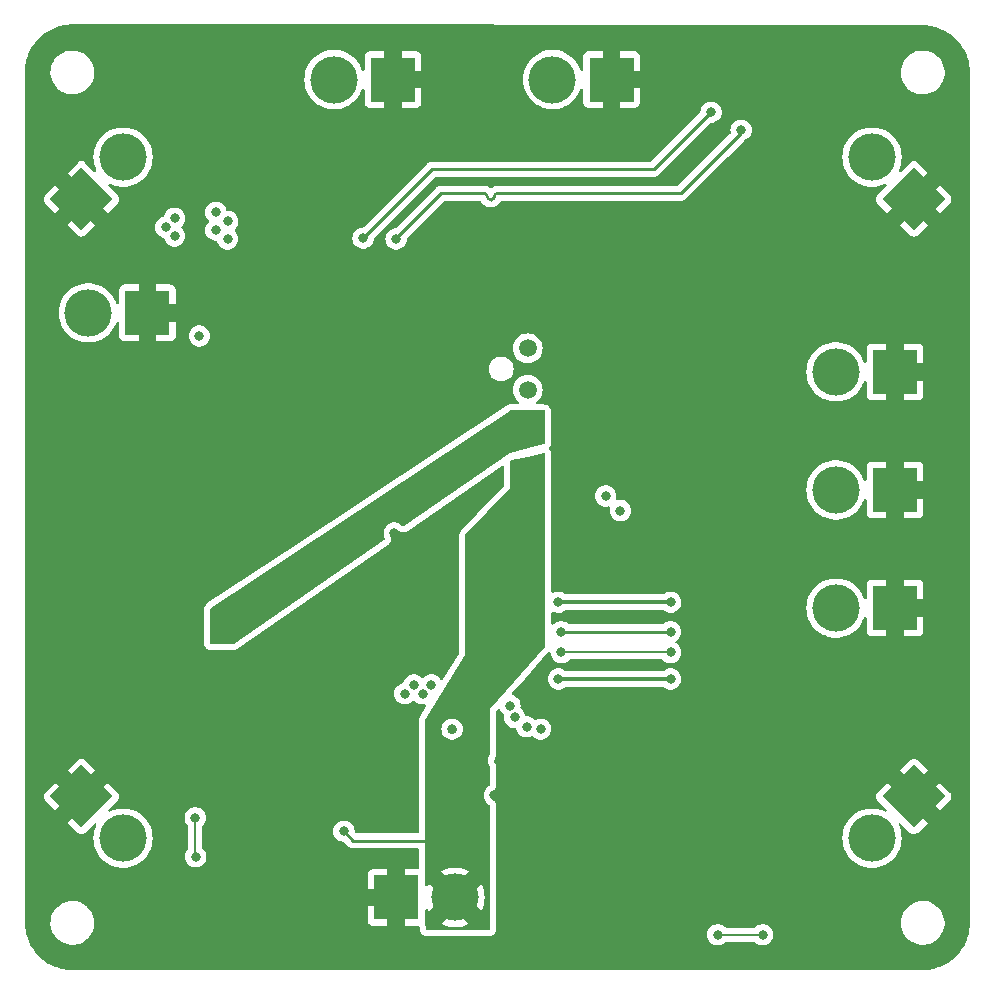
<source format=gbl>
%TF.GenerationSoftware,KiCad,Pcbnew,7.0.1*%
%TF.CreationDate,2024-03-23T22:37:20-05:00*%
%TF.ProjectId,Chassis,43686173-7369-4732-9e6b-696361645f70,rev?*%
%TF.SameCoordinates,Original*%
%TF.FileFunction,Copper,L4,Bot*%
%TF.FilePolarity,Positive*%
%FSLAX46Y46*%
G04 Gerber Fmt 4.6, Leading zero omitted, Abs format (unit mm)*
G04 Created by KiCad (PCBNEW 7.0.1) date 2024-03-23 22:37:20*
%MOMM*%
%LPD*%
G01*
G04 APERTURE LIST*
G04 Aperture macros list*
%AMRotRect*
0 Rectangle, with rotation*
0 The origin of the aperture is its center*
0 $1 length*
0 $2 width*
0 $3 Rotation angle, in degrees counterclockwise*
0 Add horizontal line*
21,1,$1,$2,0,0,$3*%
G04 Aperture macros list end*
%TA.AperFunction,ComponentPad*%
%ADD10R,3.800000X3.800000*%
%TD*%
%TA.AperFunction,ComponentPad*%
%ADD11C,4.000000*%
%TD*%
%TA.AperFunction,ComponentPad*%
%ADD12RotRect,3.800000X3.800000X315.000000*%
%TD*%
%TA.AperFunction,ComponentPad*%
%ADD13RotRect,3.800000X3.800000X135.000000*%
%TD*%
%TA.AperFunction,ComponentPad*%
%ADD14R,1.520000X1.520000*%
%TD*%
%TA.AperFunction,ComponentPad*%
%ADD15C,1.520000*%
%TD*%
%TA.AperFunction,ComponentPad*%
%ADD16RotRect,3.800000X3.800000X45.000000*%
%TD*%
%TA.AperFunction,ComponentPad*%
%ADD17RotRect,3.800000X3.800000X225.000000*%
%TD*%
%TA.AperFunction,ViaPad*%
%ADD18C,0.800000*%
%TD*%
%TA.AperFunction,Conductor*%
%ADD19C,0.250000*%
%TD*%
%TA.AperFunction,Conductor*%
%ADD20C,0.200000*%
%TD*%
%TA.AperFunction,Conductor*%
%ADD21C,0.350000*%
%TD*%
G04 APERTURE END LIST*
D10*
X58700000Y-49750000D03*
D11*
X53700000Y-49750000D03*
D10*
X79750000Y-99250000D03*
D11*
X84750000Y-99250000D03*
D12*
X53106466Y-90698466D03*
D11*
X56642000Y-94234000D03*
D13*
X123587534Y-40101534D03*
D11*
X120052000Y-36566000D03*
D14*
X95489998Y-52754000D03*
D15*
X95489998Y-56254001D03*
X95489998Y-59754001D03*
X95489998Y-63254002D03*
X90889997Y-52754000D03*
X90889997Y-56254001D03*
X90889997Y-59754001D03*
X90889997Y-63254002D03*
D16*
X53106466Y-40101534D03*
D11*
X56642000Y-36566000D03*
D10*
X122000000Y-74750000D03*
D11*
X117000000Y-74750000D03*
D10*
X122000000Y-64750000D03*
D11*
X117000000Y-64750000D03*
D17*
X123587534Y-90698466D03*
D11*
X120052000Y-94234000D03*
D10*
X122000000Y-54750000D03*
D11*
X117000000Y-54750000D03*
D10*
X98000000Y-30000000D03*
D11*
X93000000Y-30000000D03*
D10*
X79500000Y-30000000D03*
D11*
X74500000Y-30000000D03*
D18*
X62750000Y-92500000D03*
X108966000Y-34290000D03*
X62800000Y-95800000D03*
X79756000Y-43500000D03*
X76962000Y-43434000D03*
X110800000Y-102400000D03*
X106426000Y-32766000D03*
X97500000Y-65250000D03*
X107000000Y-102400000D03*
X98750000Y-66500000D03*
X103000000Y-74250000D03*
X93500000Y-74250000D03*
X84500000Y-85000000D03*
X70845000Y-77356000D03*
X108800000Y-76800000D03*
X79800000Y-57800000D03*
X78325000Y-86098999D03*
X88458000Y-87675000D03*
X69750000Y-78500000D03*
X88966000Y-90977000D03*
X78075000Y-87598999D03*
X108200000Y-66200000D03*
X68050999Y-79895999D03*
X88077000Y-90596000D03*
X77423600Y-79921399D03*
X79600000Y-68400000D03*
X97221000Y-87675000D03*
X70750000Y-79250000D03*
X108250000Y-56800000D03*
X64600000Y-44480000D03*
X79325000Y-86848999D03*
X65000000Y-77000000D03*
X65000000Y-75400000D03*
X66400000Y-75400000D03*
X65700000Y-76100000D03*
X86200000Y-94431400D03*
X75337000Y-93646000D03*
X93500000Y-80750000D03*
X103000000Y-80750000D03*
X103000000Y-76750000D03*
X93750000Y-76750000D03*
X93750000Y-78500000D03*
X103000000Y-78500000D03*
X64500000Y-42750000D03*
X82000000Y-82000000D03*
X63100000Y-51712500D03*
X80500000Y-82000000D03*
X65500000Y-43500000D03*
X90800000Y-84800000D03*
X61000000Y-41750000D03*
X65500000Y-42000000D03*
X61000000Y-43250000D03*
X60250000Y-42500000D03*
X81250000Y-81250000D03*
X89800000Y-84000000D03*
X92000000Y-85000000D03*
X64500000Y-41250000D03*
X89400000Y-83000000D03*
X82750000Y-81250000D03*
D19*
X103876000Y-39624000D02*
X108966000Y-34534000D01*
X79756000Y-43434000D02*
X83566000Y-39624000D01*
X87760450Y-40184451D02*
X87800000Y-40184451D01*
D20*
X62800000Y-95800000D02*
X62750000Y-95750000D01*
D19*
X88080225Y-39904226D02*
X88080225Y-39904225D01*
X87480225Y-39904225D02*
X87480225Y-39904226D01*
X79756000Y-43500000D02*
X79756000Y-43434000D01*
X88400000Y-39624000D02*
X103876000Y-39624000D01*
X88360450Y-39624000D02*
X88400000Y-39624000D01*
X83566000Y-39624000D02*
X87200000Y-39624000D01*
D20*
X62750000Y-95750000D02*
X62750000Y-92500000D01*
D19*
X108966000Y-34534000D02*
X108966000Y-34290000D01*
X87480149Y-39904226D02*
G75*
G03*
X87760450Y-40184451I280251J26D01*
G01*
X87800000Y-40184425D02*
G75*
G03*
X88080225Y-39904226I0J280225D01*
G01*
X87480200Y-39904225D02*
G75*
G03*
X87200000Y-39624000I-280200J25D01*
G01*
X88360450Y-39624025D02*
G75*
G03*
X88080225Y-39904225I-50J-280175D01*
G01*
X101600000Y-37592000D02*
X82804000Y-37592000D01*
X106426000Y-32766000D02*
X101600000Y-37592000D01*
X82804000Y-37592000D02*
X76962000Y-43434000D01*
D20*
X107000000Y-102400000D02*
X110800000Y-102400000D01*
D21*
X103000000Y-74250000D02*
X93500000Y-74250000D01*
D19*
X86200000Y-94431400D02*
X76122400Y-94431400D01*
X76122400Y-94431400D02*
X75337000Y-93646000D01*
D21*
X103000000Y-80750000D02*
X93500000Y-80750000D01*
D19*
X93750000Y-76750000D02*
X103000000Y-76750000D01*
D20*
X93750000Y-78500000D02*
X103000000Y-78500000D01*
%TA.AperFunction,Conductor*%
G36*
X84554261Y-84607708D02*
G01*
X84609990Y-84619553D01*
X84634630Y-84627559D01*
X84686681Y-84650734D01*
X84709130Y-84663695D01*
X84755217Y-84697179D01*
X84774480Y-84714523D01*
X84812600Y-84756858D01*
X84827836Y-84777827D01*
X84856323Y-84827169D01*
X84866865Y-84850847D01*
X84884468Y-84905023D01*
X84889858Y-84930382D01*
X84895812Y-84987040D01*
X84895812Y-85012959D01*
X84889858Y-85069613D01*
X84884468Y-85094971D01*
X84866864Y-85149151D01*
X84856320Y-85172833D01*
X84827836Y-85222169D01*
X84812599Y-85243141D01*
X84774488Y-85285468D01*
X84755221Y-85302816D01*
X84709124Y-85336306D01*
X84686677Y-85349265D01*
X84634639Y-85372434D01*
X84609986Y-85380445D01*
X84572790Y-85388352D01*
X84554263Y-85392290D01*
X84528482Y-85395000D01*
X84471516Y-85395000D01*
X84445737Y-85392290D01*
X84407635Y-85384191D01*
X84390010Y-85380445D01*
X84365358Y-85372435D01*
X84356035Y-85368284D01*
X84313313Y-85349263D01*
X84290868Y-85336304D01*
X84244779Y-85302818D01*
X84225515Y-85285473D01*
X84187397Y-85243139D01*
X84172160Y-85222166D01*
X84143676Y-85172830D01*
X84133133Y-85149151D01*
X84115529Y-85094971D01*
X84110140Y-85069617D01*
X84104186Y-85012958D01*
X84104186Y-84987040D01*
X84110140Y-84930382D01*
X84110141Y-84930375D01*
X84115530Y-84905022D01*
X84133135Y-84850840D01*
X84143670Y-84827176D01*
X84172162Y-84777826D01*
X84187397Y-84756858D01*
X84225517Y-84714521D01*
X84244779Y-84697179D01*
X84290869Y-84663692D01*
X84313316Y-84650734D01*
X84365359Y-84627563D01*
X84390015Y-84619552D01*
X84390025Y-84619550D01*
X84394509Y-84618596D01*
X84445736Y-84607709D01*
X84471515Y-84605000D01*
X84528488Y-84605000D01*
X84554261Y-84607708D01*
G37*
%TD.AperFunction*%
%TA.AperFunction,Conductor*%
G36*
X124295209Y-25400448D02*
G01*
X124295469Y-25400500D01*
X124344128Y-25400500D01*
X124349854Y-25400632D01*
X124365811Y-25401369D01*
X124520088Y-25408502D01*
X124716795Y-25418166D01*
X124727787Y-25419201D01*
X124909876Y-25444601D01*
X124910781Y-25444732D01*
X125094261Y-25471949D01*
X125104413Y-25473892D01*
X125285614Y-25516510D01*
X125287023Y-25516852D01*
X125464874Y-25561401D01*
X125474091Y-25564096D01*
X125651478Y-25623550D01*
X125653618Y-25624292D01*
X125825220Y-25685692D01*
X125833519Y-25689004D01*
X126004980Y-25764712D01*
X126007909Y-25766051D01*
X126094263Y-25806892D01*
X126172119Y-25843715D01*
X126179411Y-25847465D01*
X126276135Y-25901341D01*
X126343435Y-25938827D01*
X126346810Y-25940777D01*
X126502371Y-26034017D01*
X126508670Y-26038058D01*
X126663699Y-26144256D01*
X126667459Y-26146935D01*
X126813009Y-26254882D01*
X126818305Y-26259040D01*
X126963009Y-26379200D01*
X126966947Y-26382617D01*
X127101206Y-26504303D01*
X127105590Y-26508478D01*
X127238520Y-26641408D01*
X127242698Y-26645795D01*
X127364375Y-26780045D01*
X127367805Y-26783998D01*
X127487951Y-26928684D01*
X127492124Y-26934000D01*
X127600041Y-27079509D01*
X127602742Y-27083299D01*
X127708940Y-27238328D01*
X127712999Y-27244656D01*
X127806200Y-27400153D01*
X127808171Y-27403563D01*
X127899525Y-27567573D01*
X127903291Y-27574896D01*
X127980947Y-27739089D01*
X127982286Y-27742018D01*
X128057994Y-27913479D01*
X128061311Y-27921791D01*
X128122666Y-28093265D01*
X128123487Y-28095634D01*
X128182894Y-28272881D01*
X128185606Y-28282157D01*
X128230104Y-28459803D01*
X128230526Y-28461543D01*
X128273101Y-28642562D01*
X128275053Y-28652758D01*
X128302257Y-28836156D01*
X128302410Y-28837218D01*
X128327794Y-29019184D01*
X128328834Y-29030232D01*
X128338512Y-29227238D01*
X128338529Y-29227595D01*
X128346368Y-29397145D01*
X128346500Y-29402872D01*
X128346500Y-101397128D01*
X128346368Y-101402855D01*
X128338529Y-101572404D01*
X128338512Y-101572761D01*
X128328834Y-101769766D01*
X128327794Y-101780814D01*
X128302410Y-101962780D01*
X128302257Y-101963842D01*
X128275053Y-102147240D01*
X128273101Y-102157436D01*
X128230526Y-102338455D01*
X128230104Y-102340195D01*
X128185606Y-102517841D01*
X128182894Y-102527117D01*
X128123487Y-102704364D01*
X128122666Y-102706733D01*
X128061311Y-102878207D01*
X128057994Y-102886519D01*
X127982286Y-103057980D01*
X127980947Y-103060909D01*
X127903291Y-103225102D01*
X127899525Y-103232425D01*
X127808171Y-103396435D01*
X127806200Y-103399845D01*
X127712999Y-103555342D01*
X127708940Y-103561670D01*
X127602742Y-103716699D01*
X127600041Y-103720489D01*
X127492135Y-103865984D01*
X127487935Y-103871334D01*
X127367851Y-104015947D01*
X127364331Y-104020004D01*
X127242717Y-104154183D01*
X127238520Y-104158590D01*
X127105590Y-104291520D01*
X127101183Y-104295717D01*
X126967004Y-104417331D01*
X126962947Y-104420851D01*
X126818334Y-104540935D01*
X126812984Y-104545135D01*
X126667489Y-104653041D01*
X126663699Y-104655742D01*
X126508670Y-104761940D01*
X126502342Y-104765999D01*
X126346845Y-104859200D01*
X126343435Y-104861171D01*
X126179425Y-104952525D01*
X126172102Y-104956291D01*
X126007909Y-105033947D01*
X126004980Y-105035286D01*
X125833519Y-105110994D01*
X125825207Y-105114311D01*
X125653733Y-105175666D01*
X125651364Y-105176487D01*
X125474117Y-105235894D01*
X125464841Y-105238606D01*
X125287195Y-105283104D01*
X125285455Y-105283526D01*
X125104436Y-105326101D01*
X125094240Y-105328053D01*
X124910842Y-105355257D01*
X124909780Y-105355410D01*
X124727814Y-105380794D01*
X124716766Y-105381834D01*
X124519931Y-105391503D01*
X124519575Y-105391520D01*
X124354393Y-105399158D01*
X124349854Y-105399368D01*
X124344128Y-105399500D01*
X52349872Y-105399500D01*
X52344145Y-105399368D01*
X52339305Y-105399144D01*
X52174423Y-105391520D01*
X52174067Y-105391503D01*
X51977232Y-105381834D01*
X51966184Y-105380794D01*
X51784218Y-105355410D01*
X51783156Y-105355257D01*
X51599758Y-105328053D01*
X51589562Y-105326101D01*
X51408543Y-105283526D01*
X51406803Y-105283104D01*
X51229157Y-105238606D01*
X51219881Y-105235894D01*
X51042634Y-105176487D01*
X51040265Y-105175666D01*
X50868791Y-105114311D01*
X50860479Y-105110994D01*
X50689018Y-105035286D01*
X50686089Y-105033947D01*
X50521896Y-104956291D01*
X50514573Y-104952525D01*
X50350563Y-104861171D01*
X50347153Y-104859200D01*
X50327648Y-104847509D01*
X50191645Y-104765992D01*
X50185328Y-104761940D01*
X50030299Y-104655742D01*
X50026509Y-104653041D01*
X49881000Y-104545124D01*
X49875684Y-104540951D01*
X49730998Y-104420805D01*
X49727045Y-104417375D01*
X49592795Y-104295698D01*
X49588408Y-104291520D01*
X49455478Y-104158590D01*
X49451303Y-104154206D01*
X49329617Y-104019947D01*
X49326200Y-104016009D01*
X49206040Y-103871305D01*
X49201882Y-103866009D01*
X49093935Y-103720459D01*
X49091256Y-103716699D01*
X48985058Y-103561670D01*
X48981017Y-103555371D01*
X48887777Y-103399810D01*
X48885827Y-103396435D01*
X48804541Y-103250500D01*
X48794465Y-103232411D01*
X48790715Y-103225119D01*
X48722086Y-103080013D01*
X48713051Y-103060909D01*
X48711712Y-103057980D01*
X48636004Y-102886519D01*
X48632692Y-102878220D01*
X48571292Y-102706618D01*
X48570550Y-102704478D01*
X48511096Y-102527091D01*
X48508401Y-102517874D01*
X48463852Y-102340023D01*
X48463510Y-102338614D01*
X48420892Y-102157413D01*
X48418949Y-102147261D01*
X48391732Y-101963781D01*
X48391588Y-101962780D01*
X48366201Y-101780787D01*
X48365166Y-101769795D01*
X48355481Y-101572628D01*
X48350633Y-101467764D01*
X50492787Y-101467764D01*
X50522413Y-101737016D01*
X50559484Y-101878812D01*
X50590928Y-101999088D01*
X50653886Y-102147240D01*
X50696871Y-102248392D01*
X50837982Y-102479611D01*
X50928398Y-102588257D01*
X51011255Y-102687820D01*
X51212998Y-102868582D01*
X51438910Y-103018044D01*
X51489004Y-103041527D01*
X51684177Y-103133021D01*
X51943562Y-103211058D01*
X51943569Y-103211060D01*
X52211561Y-103250500D01*
X52414631Y-103250500D01*
X52414634Y-103250500D01*
X52617156Y-103235677D01*
X52664552Y-103225119D01*
X52881553Y-103176780D01*
X53134558Y-103080014D01*
X53370777Y-102947441D01*
X53585177Y-102781888D01*
X53773186Y-102586881D01*
X53930799Y-102366579D01*
X54054656Y-102125675D01*
X54142118Y-101869305D01*
X54191319Y-101602933D01*
X54201212Y-101332235D01*
X54171586Y-101062982D01*
X54103072Y-100800912D01*
X53997130Y-100551610D01*
X53856018Y-100320390D01*
X53856017Y-100320388D01*
X53682746Y-100112181D01*
X53577758Y-100018112D01*
X53557544Y-100000000D01*
X77350000Y-100000000D01*
X77350000Y-101197824D01*
X77356402Y-101257375D01*
X77406647Y-101392089D01*
X77492811Y-101507188D01*
X77607910Y-101593352D01*
X77742624Y-101643597D01*
X77802176Y-101650000D01*
X79000000Y-101650000D01*
X79000000Y-100000000D01*
X77350000Y-100000000D01*
X53557544Y-100000000D01*
X53481002Y-99931418D01*
X53255090Y-99781956D01*
X53255086Y-99781954D01*
X53009822Y-99666978D01*
X52750437Y-99588941D01*
X52750431Y-99588940D01*
X52482439Y-99549500D01*
X52279369Y-99549500D01*
X52279366Y-99549500D01*
X52076843Y-99564322D01*
X51812449Y-99623219D01*
X51559441Y-99719986D01*
X51323223Y-99852559D01*
X51108825Y-100018109D01*
X50920813Y-100213120D01*
X50763201Y-100433420D01*
X50639342Y-100674329D01*
X50551881Y-100930695D01*
X50502680Y-101197066D01*
X50492787Y-101467764D01*
X48350633Y-101467764D01*
X48347630Y-101402824D01*
X48347499Y-101397147D01*
X48347498Y-101392089D01*
X48346753Y-98500000D01*
X77350000Y-98500000D01*
X79000000Y-98500000D01*
X79000000Y-96850000D01*
X77802176Y-96850000D01*
X77742624Y-96856402D01*
X77607910Y-96906647D01*
X77492811Y-96992811D01*
X77406647Y-97107910D01*
X77356402Y-97242624D01*
X77350000Y-97302176D01*
X77350000Y-98500000D01*
X48346753Y-98500000D01*
X48345316Y-92925852D01*
X51939739Y-92925852D01*
X52786733Y-93772846D01*
X52833364Y-93810424D01*
X52964150Y-93870152D01*
X53106466Y-93890613D01*
X53248781Y-93870152D01*
X53379567Y-93810424D01*
X53426198Y-93772846D01*
X54187969Y-93011075D01*
X54247840Y-92977915D01*
X54316184Y-92981568D01*
X54372179Y-93020922D01*
X54398767Y-93083987D01*
X54387849Y-93151552D01*
X54312496Y-93311685D01*
X54215269Y-93610917D01*
X54156311Y-93919989D01*
X54136555Y-94233999D01*
X54156311Y-94548010D01*
X54215269Y-94857082D01*
X54287699Y-95079995D01*
X54312497Y-95156315D01*
X54442091Y-95431715D01*
X54446463Y-95441007D01*
X54615053Y-95706663D01*
X54815612Y-95949097D01*
X55044971Y-96164480D01*
X55299515Y-96349416D01*
X55437375Y-96425205D01*
X55575234Y-96500994D01*
X55721504Y-96558906D01*
X55867774Y-96616819D01*
X55973051Y-96643849D01*
X56172527Y-96695066D01*
X56405811Y-96724536D01*
X56484680Y-96734500D01*
X56484682Y-96734500D01*
X56799318Y-96734500D01*
X56799320Y-96734500D01*
X56870988Y-96725446D01*
X57111473Y-96695066D01*
X57416225Y-96616819D01*
X57708766Y-96500994D01*
X57984484Y-96349416D01*
X58008158Y-96332216D01*
X58239028Y-96164480D01*
X58468387Y-95949097D01*
X58468387Y-95949096D01*
X58468390Y-95949094D01*
X58668947Y-95706663D01*
X58837537Y-95441007D01*
X58971503Y-95156315D01*
X59068731Y-94857079D01*
X59127688Y-94548015D01*
X59147444Y-94234000D01*
X59127688Y-93919985D01*
X59068731Y-93610921D01*
X58971503Y-93311685D01*
X58837537Y-93026993D01*
X58668947Y-92761337D01*
X58468390Y-92518906D01*
X58468387Y-92518902D01*
X58448258Y-92500000D01*
X61844540Y-92500000D01*
X61864326Y-92688257D01*
X61922820Y-92868284D01*
X62017466Y-93032216D01*
X62117650Y-93143481D01*
X62141264Y-93182015D01*
X62149500Y-93226453D01*
X62149500Y-95129078D01*
X62141264Y-95173516D01*
X62117651Y-95212048D01*
X62096840Y-95235161D01*
X62067464Y-95267786D01*
X61972820Y-95431715D01*
X61914326Y-95611742D01*
X61894540Y-95800000D01*
X61914326Y-95988257D01*
X61972820Y-96168284D01*
X62067466Y-96332216D01*
X62194129Y-96472889D01*
X62347269Y-96584151D01*
X62520197Y-96661144D01*
X62705352Y-96700500D01*
X62705354Y-96700500D01*
X62894646Y-96700500D01*
X62894648Y-96700500D01*
X63018084Y-96674262D01*
X63079803Y-96661144D01*
X63252730Y-96584151D01*
X63252730Y-96584150D01*
X63405870Y-96472889D01*
X63532533Y-96332216D01*
X63627179Y-96168284D01*
X63628416Y-96164478D01*
X63685674Y-95988256D01*
X63705460Y-95800000D01*
X63685674Y-95611744D01*
X63627179Y-95431716D01*
X63627179Y-95431715D01*
X63532533Y-95267783D01*
X63405871Y-95127112D01*
X63401614Y-95124019D01*
X63364015Y-95079995D01*
X63350500Y-95023701D01*
X63350500Y-93226453D01*
X63358736Y-93182015D01*
X63382350Y-93143481D01*
X63482533Y-93032216D01*
X63577179Y-92868284D01*
X63579270Y-92861848D01*
X63635674Y-92688256D01*
X63655460Y-92500000D01*
X63635674Y-92311744D01*
X63577179Y-92131716D01*
X63577179Y-92131715D01*
X63482533Y-91967783D01*
X63355870Y-91827110D01*
X63202730Y-91715848D01*
X63029802Y-91638855D01*
X62844648Y-91599500D01*
X62844646Y-91599500D01*
X62655354Y-91599500D01*
X62655352Y-91599500D01*
X62470197Y-91638855D01*
X62297269Y-91715848D01*
X62144129Y-91827110D01*
X62017466Y-91967783D01*
X61922820Y-92131715D01*
X61864326Y-92311742D01*
X61844540Y-92500000D01*
X58448258Y-92500000D01*
X58239028Y-92303519D01*
X57984484Y-92118583D01*
X57708764Y-91967005D01*
X57416225Y-91851180D01*
X57111474Y-91772934D01*
X56799320Y-91733500D01*
X56799318Y-91733500D01*
X56484682Y-91733500D01*
X56484680Y-91733500D01*
X56172525Y-91772934D01*
X55867774Y-91851180D01*
X55567980Y-91969878D01*
X55567530Y-91968742D01*
X55519990Y-91981611D01*
X55462778Y-91969289D01*
X55417589Y-91932101D01*
X55394489Y-91878329D01*
X55398624Y-91819951D01*
X55429072Y-91769972D01*
X56180846Y-91018198D01*
X56218424Y-90971567D01*
X56278152Y-90840781D01*
X56298613Y-90698466D01*
X56278152Y-90556150D01*
X56218424Y-90425364D01*
X56180846Y-90378733D01*
X55333852Y-89531739D01*
X55333851Y-89531739D01*
X53106466Y-91759126D01*
X51939739Y-92925851D01*
X51939739Y-92925852D01*
X48345316Y-92925852D01*
X48344742Y-90698466D01*
X49914318Y-90698466D01*
X49934779Y-90840781D01*
X49994507Y-90971567D01*
X50032085Y-91018198D01*
X50879079Y-91865192D01*
X52045805Y-90698466D01*
X50879080Y-89531739D01*
X50879078Y-89531739D01*
X50032085Y-90378733D01*
X49994507Y-90425364D01*
X49934779Y-90556150D01*
X49914318Y-90698466D01*
X48344742Y-90698466D01*
X48344168Y-88471080D01*
X51939739Y-88471080D01*
X53106465Y-89637805D01*
X54273192Y-88471079D01*
X53426198Y-87624085D01*
X53379567Y-87586507D01*
X53248781Y-87526779D01*
X53106466Y-87506318D01*
X52964150Y-87526779D01*
X52833364Y-87586507D01*
X52786733Y-87624085D01*
X51939739Y-88471078D01*
X51939739Y-88471080D01*
X48344168Y-88471080D01*
X48341386Y-77676001D01*
X63494500Y-77676001D01*
X63511724Y-77806830D01*
X63528339Y-77868838D01*
X63578836Y-77990749D01*
X63659170Y-78095442D01*
X63704557Y-78140829D01*
X63773294Y-78193573D01*
X63809250Y-78221163D01*
X63931166Y-78271662D01*
X63993166Y-78288275D01*
X64080090Y-78299719D01*
X64123999Y-78305500D01*
X64124000Y-78305500D01*
X65961264Y-78305500D01*
X65961265Y-78305500D01*
X66037494Y-78299719D01*
X66074467Y-78294079D01*
X66148961Y-78276867D01*
X66220007Y-78248616D01*
X66253616Y-78232208D01*
X66319583Y-78193570D01*
X79044591Y-69383948D01*
X79137855Y-69300548D01*
X79177886Y-69254639D01*
X79247810Y-69150888D01*
X79290111Y-69033141D01*
X79303452Y-68973711D01*
X79315538Y-68849181D01*
X79296668Y-68725496D01*
X79280101Y-68666884D01*
X79244357Y-68582231D01*
X79240663Y-68572323D01*
X79215528Y-68494964D01*
X79210141Y-68469620D01*
X79204186Y-68412958D01*
X79204186Y-68387039D01*
X79209726Y-68334323D01*
X79210141Y-68330374D01*
X79215528Y-68305027D01*
X79233135Y-68250841D01*
X79243676Y-68227167D01*
X79253207Y-68210660D01*
X79272160Y-68177830D01*
X79287397Y-68156858D01*
X79310761Y-68130910D01*
X79325517Y-68114521D01*
X79344779Y-68097179D01*
X79390869Y-68063692D01*
X79413316Y-68050734D01*
X79465359Y-68027563D01*
X79490015Y-68019552D01*
X79490025Y-68019550D01*
X79494509Y-68018596D01*
X79545736Y-68007709D01*
X79571515Y-68005000D01*
X79628488Y-68005000D01*
X79654261Y-68007708D01*
X79709990Y-68019553D01*
X79734630Y-68027559D01*
X79786681Y-68050734D01*
X79809130Y-68063695D01*
X79855217Y-68097179D01*
X79874481Y-68114524D01*
X79889235Y-68130910D01*
X79980626Y-68210660D01*
X79980631Y-68210664D01*
X80029486Y-68243888D01*
X80137254Y-68299574D01*
X80255185Y-68327983D01*
X80313870Y-68334828D01*
X80435175Y-68334323D01*
X80552867Y-68304934D01*
X80608058Y-68283845D01*
X80683829Y-68243889D01*
X80715358Y-68227263D01*
X80731714Y-68215940D01*
X82949603Y-66680478D01*
X88699918Y-62699491D01*
X88762884Y-62677677D01*
X88828049Y-62691606D01*
X88876595Y-62737256D01*
X88894500Y-62801443D01*
X88894500Y-64348656D01*
X88885660Y-64394636D01*
X88860400Y-64434060D01*
X88085258Y-65250000D01*
X85267614Y-68215940D01*
X85208470Y-68291398D01*
X85183206Y-68330827D01*
X85139377Y-68416087D01*
X85112431Y-68508090D01*
X85112431Y-68508092D01*
X85103591Y-68554072D01*
X85101373Y-68577357D01*
X85094500Y-68649508D01*
X85094500Y-78569247D01*
X85075611Y-78635033D01*
X83730864Y-80783635D01*
X83684862Y-80826854D01*
X83623544Y-80841829D01*
X83562798Y-80824679D01*
X83518366Y-80779849D01*
X83482533Y-80717784D01*
X83482532Y-80717782D01*
X83355870Y-80577110D01*
X83202730Y-80465848D01*
X83029802Y-80388855D01*
X82844648Y-80349500D01*
X82844646Y-80349500D01*
X82655354Y-80349500D01*
X82655352Y-80349500D01*
X82470197Y-80388855D01*
X82297269Y-80465848D01*
X82144129Y-80577110D01*
X82092150Y-80634840D01*
X82034179Y-80671064D01*
X81965821Y-80671064D01*
X81907850Y-80634840D01*
X81855870Y-80577110D01*
X81702730Y-80465848D01*
X81529802Y-80388855D01*
X81344648Y-80349500D01*
X81344646Y-80349500D01*
X81155354Y-80349500D01*
X81155352Y-80349500D01*
X80970197Y-80388855D01*
X80797269Y-80465848D01*
X80644129Y-80577110D01*
X80517466Y-80717783D01*
X80422821Y-80881714D01*
X80370227Y-81043581D01*
X80335269Y-81097411D01*
X80278079Y-81126552D01*
X80220197Y-81138856D01*
X80047267Y-81215849D01*
X79894129Y-81327110D01*
X79767466Y-81467783D01*
X79672820Y-81631715D01*
X79614326Y-81811742D01*
X79594540Y-81999999D01*
X79614326Y-82188257D01*
X79672820Y-82368284D01*
X79767466Y-82532216D01*
X79894129Y-82672889D01*
X80047269Y-82784151D01*
X80220197Y-82861144D01*
X80405352Y-82900500D01*
X80405354Y-82900500D01*
X80594646Y-82900500D01*
X80594648Y-82900500D01*
X80718084Y-82874262D01*
X80779803Y-82861144D01*
X80952730Y-82784151D01*
X81105871Y-82672888D01*
X81142943Y-82631716D01*
X81157850Y-82615160D01*
X81215821Y-82578936D01*
X81284179Y-82578936D01*
X81342150Y-82615160D01*
X81394129Y-82672889D01*
X81547269Y-82784151D01*
X81720197Y-82861144D01*
X81905352Y-82900500D01*
X81905354Y-82900500D01*
X82094646Y-82900500D01*
X82094647Y-82900500D01*
X82167728Y-82884966D01*
X82225201Y-82886374D01*
X82275862Y-82913553D01*
X82308821Y-82960658D01*
X82316992Y-83017565D01*
X82298620Y-83072041D01*
X81761175Y-83930759D01*
X81703493Y-84060518D01*
X81684606Y-84126855D01*
X81665290Y-84267530D01*
X81665290Y-84267534D01*
X81665290Y-84267535D01*
X81668562Y-84999999D01*
X81668572Y-85002258D01*
X81707269Y-93666071D01*
X81707338Y-93681346D01*
X81690910Y-93743580D01*
X81645499Y-93789195D01*
X81583339Y-93805900D01*
X76432853Y-93805900D01*
X76385400Y-93796461D01*
X76345172Y-93769581D01*
X76275960Y-93700369D01*
X76251720Y-93666071D01*
X76240321Y-93625655D01*
X76222674Y-93457744D01*
X76164179Y-93277716D01*
X76164179Y-93277715D01*
X76069533Y-93113783D01*
X75942870Y-92973110D01*
X75789730Y-92861848D01*
X75616802Y-92784855D01*
X75431648Y-92745500D01*
X75431646Y-92745500D01*
X75242354Y-92745500D01*
X75242352Y-92745500D01*
X75057197Y-92784855D01*
X74884269Y-92861848D01*
X74731129Y-92973110D01*
X74604466Y-93113783D01*
X74509820Y-93277715D01*
X74451326Y-93457742D01*
X74451325Y-93457744D01*
X74451326Y-93457744D01*
X74431540Y-93646000D01*
X74435255Y-93681346D01*
X74451326Y-93834257D01*
X74509820Y-94014284D01*
X74604466Y-94178216D01*
X74731129Y-94318889D01*
X74884269Y-94430151D01*
X75057197Y-94507144D01*
X75242352Y-94546500D01*
X75242354Y-94546500D01*
X75301547Y-94546500D01*
X75349000Y-94555939D01*
X75389228Y-94582819D01*
X75621596Y-94815187D01*
X75634496Y-94831288D01*
X75636613Y-94833276D01*
X75636614Y-94833277D01*
X75685623Y-94879300D01*
X75688420Y-94882011D01*
X75707929Y-94901520D01*
X75711111Y-94903988D01*
X75719971Y-94911555D01*
X75751817Y-94941461D01*
X75751818Y-94941462D01*
X75769370Y-94951111D01*
X75785638Y-94961797D01*
X75801464Y-94974073D01*
X75841546Y-94991417D01*
X75852033Y-94996555D01*
X75890307Y-95017597D01*
X75898810Y-95019779D01*
X75909708Y-95022578D01*
X75928113Y-95028878D01*
X75946504Y-95036837D01*
X75989650Y-95043670D01*
X76001068Y-95046035D01*
X76043381Y-95056900D01*
X76063416Y-95056900D01*
X76082815Y-95058427D01*
X76102596Y-95061560D01*
X76146074Y-95057450D01*
X76157744Y-95056900D01*
X81590034Y-95056900D01*
X81651874Y-95073421D01*
X81697236Y-95118581D01*
X81714033Y-95180346D01*
X81720934Y-96725446D01*
X81704506Y-96787680D01*
X81659095Y-96833295D01*
X81596935Y-96850000D01*
X80500000Y-96850000D01*
X80500000Y-101650000D01*
X81619484Y-101650000D01*
X81681324Y-101666521D01*
X81726686Y-101711680D01*
X81743483Y-101773446D01*
X81743953Y-101878811D01*
X81755503Y-101963842D01*
X81761664Y-102009205D01*
X81767786Y-102031716D01*
X81778462Y-102070975D01*
X81829226Y-102192375D01*
X81872442Y-102248392D01*
X81909606Y-102296563D01*
X81954968Y-102341722D01*
X82059511Y-102421631D01*
X82181136Y-102471851D01*
X82242976Y-102488372D01*
X82373448Y-102505500D01*
X87626000Y-102505500D01*
X87626001Y-102505500D01*
X87652166Y-102502055D01*
X87756834Y-102488275D01*
X87818834Y-102471662D01*
X87940750Y-102421163D01*
X87968330Y-102400000D01*
X106094540Y-102400000D01*
X106102072Y-102471660D01*
X106114326Y-102588257D01*
X106172820Y-102768284D01*
X106267466Y-102932216D01*
X106394129Y-103072889D01*
X106547269Y-103184151D01*
X106720197Y-103261144D01*
X106905352Y-103300500D01*
X106905354Y-103300500D01*
X107094646Y-103300500D01*
X107094648Y-103300500D01*
X107218084Y-103274262D01*
X107279803Y-103261144D01*
X107452730Y-103184151D01*
X107605871Y-103072888D01*
X107616657Y-103060909D01*
X107634110Y-103041527D01*
X107675824Y-103011220D01*
X107726259Y-103000500D01*
X110073741Y-103000500D01*
X110124176Y-103011220D01*
X110165890Y-103041527D01*
X110194128Y-103072888D01*
X110347269Y-103184151D01*
X110520197Y-103261144D01*
X110705352Y-103300500D01*
X110705354Y-103300500D01*
X110894646Y-103300500D01*
X110894648Y-103300500D01*
X111018084Y-103274262D01*
X111079803Y-103261144D01*
X111252730Y-103184151D01*
X111396063Y-103080014D01*
X111405870Y-103072889D01*
X111532533Y-102932216D01*
X111627179Y-102768284D01*
X111647178Y-102706733D01*
X111685674Y-102588256D01*
X111705460Y-102400000D01*
X111685674Y-102211744D01*
X111639241Y-102068838D01*
X111627179Y-102031715D01*
X111532533Y-101867783D01*
X111405870Y-101727110D01*
X111252730Y-101615848D01*
X111079802Y-101538855D01*
X110894648Y-101499500D01*
X110894646Y-101499500D01*
X110705354Y-101499500D01*
X110705352Y-101499500D01*
X110520197Y-101538855D01*
X110347269Y-101615848D01*
X110194128Y-101727111D01*
X110165890Y-101758473D01*
X110124176Y-101788780D01*
X110073741Y-101799500D01*
X107726259Y-101799500D01*
X107675824Y-101788780D01*
X107634110Y-101758473D01*
X107605871Y-101727111D01*
X107452730Y-101615848D01*
X107279802Y-101538855D01*
X107094648Y-101499500D01*
X107094646Y-101499500D01*
X106905354Y-101499500D01*
X106905352Y-101499500D01*
X106720197Y-101538855D01*
X106547269Y-101615848D01*
X106394129Y-101727110D01*
X106267466Y-101867783D01*
X106172820Y-102031715D01*
X106114326Y-102211742D01*
X106094540Y-102399999D01*
X106094540Y-102400000D01*
X87968330Y-102400000D01*
X88045442Y-102340829D01*
X88090829Y-102295442D01*
X88171163Y-102190750D01*
X88221662Y-102068834D01*
X88238275Y-102006834D01*
X88255500Y-101876000D01*
X88255500Y-101467764D01*
X122492787Y-101467764D01*
X122522413Y-101737016D01*
X122559484Y-101878812D01*
X122590928Y-101999088D01*
X122653886Y-102147240D01*
X122696871Y-102248392D01*
X122837982Y-102479611D01*
X122928398Y-102588257D01*
X123011255Y-102687820D01*
X123212998Y-102868582D01*
X123438910Y-103018044D01*
X123489004Y-103041527D01*
X123684177Y-103133021D01*
X123943562Y-103211058D01*
X123943569Y-103211060D01*
X124211561Y-103250500D01*
X124414631Y-103250500D01*
X124414634Y-103250500D01*
X124617156Y-103235677D01*
X124664552Y-103225119D01*
X124881553Y-103176780D01*
X125134558Y-103080014D01*
X125370777Y-102947441D01*
X125585177Y-102781888D01*
X125773186Y-102586881D01*
X125930799Y-102366579D01*
X126054656Y-102125675D01*
X126142118Y-101869305D01*
X126191319Y-101602933D01*
X126201212Y-101332235D01*
X126171586Y-101062982D01*
X126103072Y-100800912D01*
X125997130Y-100551610D01*
X125856018Y-100320390D01*
X125856017Y-100320388D01*
X125682746Y-100112181D01*
X125577758Y-100018112D01*
X125481002Y-99931418D01*
X125255090Y-99781956D01*
X125255086Y-99781954D01*
X125009822Y-99666978D01*
X124750437Y-99588941D01*
X124750431Y-99588940D01*
X124482439Y-99549500D01*
X124279369Y-99549500D01*
X124279366Y-99549500D01*
X124076843Y-99564322D01*
X123812449Y-99623219D01*
X123559441Y-99719986D01*
X123323223Y-99852559D01*
X123108825Y-100018109D01*
X122920813Y-100213120D01*
X122763201Y-100433420D01*
X122639342Y-100674329D01*
X122551881Y-100930695D01*
X122502680Y-101197066D01*
X122492787Y-101467764D01*
X88255500Y-101467764D01*
X88255500Y-94233999D01*
X117546555Y-94233999D01*
X117566311Y-94548010D01*
X117625269Y-94857082D01*
X117697699Y-95079995D01*
X117722497Y-95156315D01*
X117852091Y-95431715D01*
X117856463Y-95441007D01*
X118025053Y-95706663D01*
X118225612Y-95949097D01*
X118454971Y-96164480D01*
X118709515Y-96349416D01*
X118847375Y-96425205D01*
X118985234Y-96500994D01*
X119131504Y-96558906D01*
X119277774Y-96616819D01*
X119383051Y-96643849D01*
X119582527Y-96695066D01*
X119815811Y-96724536D01*
X119894680Y-96734500D01*
X119894682Y-96734500D01*
X120209318Y-96734500D01*
X120209320Y-96734500D01*
X120280988Y-96725446D01*
X120521473Y-96695066D01*
X120826225Y-96616819D01*
X121118766Y-96500994D01*
X121394484Y-96349416D01*
X121418158Y-96332216D01*
X121649028Y-96164480D01*
X121878387Y-95949097D01*
X121878387Y-95949096D01*
X121878390Y-95949094D01*
X122078947Y-95706663D01*
X122247537Y-95441007D01*
X122381503Y-95156315D01*
X122478731Y-94857079D01*
X122537688Y-94548015D01*
X122557444Y-94234000D01*
X122537688Y-93919985D01*
X122478731Y-93610921D01*
X122381503Y-93311685D01*
X122306149Y-93151551D01*
X122295232Y-93083988D01*
X122321820Y-93020922D01*
X122377815Y-92981568D01*
X122446159Y-92977915D01*
X122506030Y-93011075D01*
X123267801Y-93772846D01*
X123314432Y-93810424D01*
X123445218Y-93870152D01*
X123587534Y-93890613D01*
X123729849Y-93870152D01*
X123860635Y-93810424D01*
X123907266Y-93772846D01*
X124754260Y-92925852D01*
X124754260Y-92925851D01*
X123587534Y-91759126D01*
X122526875Y-90698467D01*
X124648194Y-90698467D01*
X125814920Y-91865192D01*
X126661914Y-91018198D01*
X126699492Y-90971567D01*
X126759220Y-90840781D01*
X126779681Y-90698465D01*
X126759220Y-90556150D01*
X126699492Y-90425364D01*
X126661914Y-90378733D01*
X125814920Y-89531739D01*
X125814919Y-89531739D01*
X124648194Y-90698466D01*
X124648194Y-90698467D01*
X122526875Y-90698467D01*
X121360147Y-89531739D01*
X121360146Y-89531739D01*
X120513153Y-90378733D01*
X120475575Y-90425364D01*
X120415847Y-90556150D01*
X120395386Y-90698465D01*
X120415847Y-90840781D01*
X120475575Y-90971567D01*
X120513153Y-91018198D01*
X121264927Y-91769972D01*
X121295376Y-91819953D01*
X121299510Y-91878332D01*
X121276407Y-91932105D01*
X121231215Y-91969292D01*
X121174001Y-91981611D01*
X121126469Y-91968741D01*
X121126020Y-91969878D01*
X120826225Y-91851180D01*
X120521474Y-91772934D01*
X120209320Y-91733500D01*
X120209318Y-91733500D01*
X119894682Y-91733500D01*
X119894680Y-91733500D01*
X119582525Y-91772934D01*
X119277774Y-91851180D01*
X118985235Y-91967005D01*
X118709515Y-92118583D01*
X118454971Y-92303519D01*
X118225612Y-92518902D01*
X118025053Y-92761336D01*
X117856463Y-93026992D01*
X117722495Y-93311689D01*
X117625269Y-93610917D01*
X117566311Y-93919989D01*
X117546555Y-94233999D01*
X88255500Y-94233999D01*
X88255500Y-91516657D01*
X88246213Y-91420205D01*
X88237184Y-91373754D01*
X88209662Y-91280841D01*
X88189208Y-91241550D01*
X88164916Y-91194885D01*
X88152029Y-91175043D01*
X88139143Y-91155200D01*
X88112419Y-91121605D01*
X88078825Y-91079370D01*
X88005145Y-91016441D01*
X88005144Y-91016440D01*
X87966383Y-90989299D01*
X87966378Y-90989296D01*
X87881808Y-90941447D01*
X87869990Y-90933845D01*
X87821782Y-90898821D01*
X87802519Y-90881476D01*
X87764398Y-90839139D01*
X87749160Y-90818166D01*
X87720676Y-90768830D01*
X87710133Y-90745153D01*
X87692529Y-90690972D01*
X87687140Y-90665617D01*
X87681186Y-90608959D01*
X87681186Y-90583039D01*
X87687141Y-90526379D01*
X87692528Y-90501031D01*
X87710136Y-90446838D01*
X87720672Y-90423172D01*
X87749165Y-90373821D01*
X87764397Y-90352858D01*
X87802520Y-90310520D01*
X87821777Y-90293180D01*
X87869997Y-90258146D01*
X87881803Y-90250553D01*
X87882030Y-90250424D01*
X87882040Y-90250420D01*
X87966383Y-90202701D01*
X88005145Y-90175559D01*
X88078824Y-90112630D01*
X88139143Y-90036800D01*
X88164916Y-89997114D01*
X88209662Y-89911159D01*
X88237184Y-89818246D01*
X88246213Y-89771795D01*
X88255500Y-89675343D01*
X88255500Y-88471080D01*
X122420807Y-88471080D01*
X123587533Y-89637805D01*
X124754260Y-88471079D01*
X123907266Y-87624085D01*
X123860635Y-87586507D01*
X123729849Y-87526779D01*
X123587534Y-87506318D01*
X123445218Y-87526779D01*
X123314432Y-87586507D01*
X123267801Y-87624085D01*
X122420807Y-88471078D01*
X122420807Y-88471080D01*
X88255500Y-88471080D01*
X88255500Y-88282061D01*
X88247033Y-88189930D01*
X88238795Y-88145487D01*
X88213678Y-88056440D01*
X88175800Y-87979646D01*
X88172450Y-87972251D01*
X88169759Y-87965752D01*
X88169758Y-87965750D01*
X88101673Y-87847825D01*
X88091132Y-87824149D01*
X88073530Y-87769977D01*
X88068140Y-87744617D01*
X88062186Y-87687958D01*
X88062186Y-87662040D01*
X88062672Y-87657410D01*
X88068141Y-87605372D01*
X88073527Y-87580030D01*
X88091134Y-87525841D01*
X88101673Y-87502171D01*
X88169757Y-87384251D01*
X88172461Y-87377721D01*
X88175792Y-87370369D01*
X88213676Y-87293565D01*
X88238795Y-87204513D01*
X88247033Y-87160070D01*
X88255500Y-87067939D01*
X88255500Y-83488694D01*
X88263555Y-83444730D01*
X88286675Y-83406478D01*
X88320504Y-83368284D01*
X88361347Y-83322170D01*
X88415129Y-83286694D01*
X88479454Y-83282993D01*
X88536953Y-83312068D01*
X88566225Y-83357042D01*
X88566304Y-83356997D01*
X88567152Y-83358466D01*
X88572100Y-83366068D01*
X88572819Y-83368282D01*
X88667466Y-83532216D01*
X88794129Y-83672888D01*
X88861438Y-83721791D01*
X88901832Y-83771673D01*
X88911874Y-83835070D01*
X88894540Y-83999999D01*
X88914326Y-84188257D01*
X88972820Y-84368284D01*
X89067466Y-84532216D01*
X89194129Y-84672889D01*
X89347269Y-84784151D01*
X89520197Y-84861144D01*
X89705352Y-84900500D01*
X89795721Y-84900500D01*
X89846156Y-84911220D01*
X89887871Y-84941528D01*
X89913652Y-84986182D01*
X89972820Y-85168284D01*
X90067466Y-85332216D01*
X90194129Y-85472889D01*
X90347269Y-85584151D01*
X90520197Y-85661144D01*
X90705352Y-85700500D01*
X90705354Y-85700500D01*
X90894646Y-85700500D01*
X90894648Y-85700500D01*
X91024551Y-85672888D01*
X91079803Y-85661144D01*
X91214328Y-85601248D01*
X91264762Y-85590528D01*
X91315198Y-85601248D01*
X91356913Y-85631556D01*
X91394129Y-85672889D01*
X91547269Y-85784151D01*
X91720197Y-85861144D01*
X91905352Y-85900500D01*
X91905354Y-85900500D01*
X92094646Y-85900500D01*
X92094648Y-85900500D01*
X92218083Y-85874262D01*
X92279803Y-85861144D01*
X92452730Y-85784151D01*
X92605871Y-85672888D01*
X92732533Y-85532216D01*
X92827179Y-85368284D01*
X92885674Y-85188256D01*
X92905460Y-85000000D01*
X92885674Y-84811744D01*
X92835081Y-84656035D01*
X92827179Y-84631715D01*
X92732533Y-84467783D01*
X92605870Y-84327110D01*
X92452730Y-84215848D01*
X92279802Y-84138855D01*
X92094648Y-84099500D01*
X92094646Y-84099500D01*
X91905354Y-84099500D01*
X91905352Y-84099500D01*
X91720201Y-84138854D01*
X91585672Y-84198751D01*
X91535236Y-84209471D01*
X91484801Y-84198751D01*
X91443086Y-84168443D01*
X91405870Y-84127110D01*
X91252730Y-84015848D01*
X91079802Y-83938855D01*
X90894648Y-83899500D01*
X90894646Y-83899500D01*
X90804279Y-83899500D01*
X90753844Y-83888780D01*
X90712129Y-83858472D01*
X90686348Y-83813818D01*
X90627179Y-83631715D01*
X90532533Y-83467783D01*
X90405870Y-83327110D01*
X90338561Y-83278208D01*
X90298166Y-83228325D01*
X90288125Y-83164931D01*
X90305460Y-83000000D01*
X90285674Y-82811744D01*
X90227179Y-82631716D01*
X90227179Y-82631715D01*
X90132533Y-82467783D01*
X90005870Y-82327110D01*
X89852730Y-82215848D01*
X89679802Y-82138855D01*
X89660376Y-82134726D01*
X89603373Y-82105756D01*
X89568383Y-82052236D01*
X89564710Y-81988399D01*
X89593329Y-81931222D01*
X90639554Y-80750000D01*
X92594540Y-80750000D01*
X92614326Y-80938257D01*
X92672820Y-81118284D01*
X92767466Y-81282216D01*
X92894129Y-81422889D01*
X93047269Y-81534151D01*
X93220197Y-81611144D01*
X93405352Y-81650500D01*
X93405354Y-81650500D01*
X93594646Y-81650500D01*
X93594648Y-81650500D01*
X93718084Y-81624262D01*
X93779803Y-81611144D01*
X93952730Y-81534151D01*
X94044077Y-81467784D01*
X94069681Y-81449182D01*
X94104248Y-81431569D01*
X94142566Y-81425500D01*
X102357434Y-81425500D01*
X102395752Y-81431569D01*
X102430319Y-81449182D01*
X102547269Y-81534151D01*
X102720197Y-81611144D01*
X102905352Y-81650500D01*
X102905354Y-81650500D01*
X103094646Y-81650500D01*
X103094648Y-81650500D01*
X103218084Y-81624262D01*
X103279803Y-81611144D01*
X103452730Y-81534151D01*
X103544078Y-81467783D01*
X103605870Y-81422889D01*
X103732533Y-81282216D01*
X103827179Y-81118284D01*
X103845550Y-81061744D01*
X103885674Y-80938256D01*
X103905460Y-80750000D01*
X103885674Y-80561744D01*
X103827179Y-80381716D01*
X103827179Y-80381715D01*
X103732533Y-80217783D01*
X103605870Y-80077110D01*
X103452730Y-79965848D01*
X103279802Y-79888855D01*
X103094648Y-79849500D01*
X103094646Y-79849500D01*
X102905354Y-79849500D01*
X102905352Y-79849500D01*
X102720197Y-79888855D01*
X102547269Y-79965848D01*
X102430319Y-80050818D01*
X102395752Y-80068431D01*
X102357434Y-80074500D01*
X94142566Y-80074500D01*
X94104248Y-80068431D01*
X94069681Y-80050818D01*
X93952730Y-79965848D01*
X93779802Y-79888855D01*
X93594648Y-79849500D01*
X93594646Y-79849500D01*
X93405354Y-79849500D01*
X93405352Y-79849500D01*
X93220197Y-79888855D01*
X93047269Y-79965848D01*
X92894129Y-80077110D01*
X92767466Y-80217783D01*
X92672820Y-80381715D01*
X92614326Y-80561742D01*
X92594540Y-80750000D01*
X90639554Y-80750000D01*
X92635329Y-78496706D01*
X92681752Y-78463933D01*
X92737922Y-78455309D01*
X92792040Y-78472649D01*
X92832740Y-78512310D01*
X92851473Y-78565962D01*
X92864326Y-78688257D01*
X92922820Y-78868284D01*
X93017466Y-79032216D01*
X93144129Y-79172889D01*
X93297269Y-79284151D01*
X93470197Y-79361144D01*
X93655352Y-79400500D01*
X93655354Y-79400500D01*
X93844646Y-79400500D01*
X93844648Y-79400500D01*
X93968083Y-79374262D01*
X94029803Y-79361144D01*
X94202730Y-79284151D01*
X94355871Y-79172888D01*
X94355871Y-79172887D01*
X94384110Y-79141527D01*
X94425824Y-79111220D01*
X94476259Y-79100500D01*
X102273741Y-79100500D01*
X102324176Y-79111220D01*
X102365890Y-79141527D01*
X102394128Y-79172888D01*
X102547269Y-79284151D01*
X102720197Y-79361144D01*
X102905352Y-79400500D01*
X102905354Y-79400500D01*
X103094646Y-79400500D01*
X103094648Y-79400500D01*
X103218083Y-79374262D01*
X103279803Y-79361144D01*
X103452730Y-79284151D01*
X103605871Y-79172888D01*
X103732533Y-79032216D01*
X103827179Y-78868284D01*
X103885674Y-78688256D01*
X103905460Y-78500000D01*
X103885674Y-78311744D01*
X103847277Y-78193570D01*
X103827179Y-78131715D01*
X103732533Y-77967783D01*
X103605870Y-77827110D01*
X103465764Y-77725318D01*
X103428164Y-77681295D01*
X103414649Y-77625000D01*
X103428164Y-77568705D01*
X103465764Y-77524682D01*
X103605870Y-77422889D01*
X103611598Y-77416528D01*
X103732533Y-77282216D01*
X103827179Y-77118284D01*
X103885674Y-76938256D01*
X103905460Y-76750000D01*
X103885674Y-76561744D01*
X103827179Y-76381716D01*
X103827179Y-76381715D01*
X103732533Y-76217783D01*
X103605870Y-76077110D01*
X103452730Y-75965848D01*
X103279802Y-75888855D01*
X103094648Y-75849500D01*
X103094646Y-75849500D01*
X102905354Y-75849500D01*
X102905352Y-75849500D01*
X102720197Y-75888855D01*
X102547272Y-75965847D01*
X102473969Y-76019105D01*
X102394129Y-76077112D01*
X102388401Y-76083473D01*
X102346688Y-76113780D01*
X102296253Y-76124500D01*
X94453747Y-76124500D01*
X94403312Y-76113780D01*
X94361598Y-76083473D01*
X94355871Y-76077112D01*
X94202730Y-75965849D01*
X94202729Y-75965848D01*
X94202727Y-75965847D01*
X94029802Y-75888855D01*
X93844648Y-75849500D01*
X93844646Y-75849500D01*
X93655354Y-75849500D01*
X93655352Y-75849500D01*
X93470197Y-75888855D01*
X93297269Y-75965848D01*
X93144129Y-76077110D01*
X93121650Y-76102077D01*
X93072723Y-76135328D01*
X93013959Y-76142127D01*
X92958731Y-76120927D01*
X92919611Y-76076554D01*
X92905500Y-76019105D01*
X92905500Y-75161974D01*
X92920527Y-75102806D01*
X92961965Y-75057979D01*
X93019772Y-75038356D01*
X93079936Y-75048695D01*
X93220197Y-75111144D01*
X93405352Y-75150500D01*
X93405354Y-75150500D01*
X93594646Y-75150500D01*
X93594648Y-75150500D01*
X93718083Y-75124262D01*
X93779803Y-75111144D01*
X93952730Y-75034151D01*
X93952730Y-75034150D01*
X94069681Y-74949182D01*
X94104248Y-74931569D01*
X94142566Y-74925500D01*
X102357434Y-74925500D01*
X102395752Y-74931569D01*
X102430319Y-74949182D01*
X102547269Y-75034151D01*
X102720197Y-75111144D01*
X102905352Y-75150500D01*
X102905354Y-75150500D01*
X103094646Y-75150500D01*
X103094648Y-75150500D01*
X103218083Y-75124262D01*
X103279803Y-75111144D01*
X103452730Y-75034151D01*
X103452729Y-75034151D01*
X103605870Y-74922889D01*
X103732533Y-74782216D01*
X103751133Y-74750000D01*
X114494555Y-74750000D01*
X114514311Y-75064010D01*
X114573269Y-75373082D01*
X114670495Y-75672310D01*
X114804463Y-75957007D01*
X114973053Y-76222663D01*
X115173612Y-76465097D01*
X115402971Y-76680480D01*
X115657515Y-76865416D01*
X115790011Y-76938256D01*
X115933234Y-77016994D01*
X116054423Y-77064976D01*
X116225774Y-77132819D01*
X116331051Y-77159849D01*
X116530527Y-77211066D01*
X116763812Y-77240536D01*
X116842680Y-77250500D01*
X116842682Y-77250500D01*
X117157318Y-77250500D01*
X117157320Y-77250500D01*
X117227341Y-77241653D01*
X117469473Y-77211066D01*
X117774225Y-77132819D01*
X118066766Y-77016994D01*
X118342484Y-76865416D01*
X118342484Y-76865415D01*
X118597028Y-76680480D01*
X118826387Y-76465097D01*
X118826387Y-76465096D01*
X118826390Y-76465094D01*
X119026947Y-76222663D01*
X119195537Y-75957007D01*
X119329503Y-75672315D01*
X119358069Y-75584397D01*
X119396960Y-75527172D01*
X119460459Y-75499694D01*
X119528797Y-75510517D01*
X119580697Y-75556274D01*
X119600000Y-75622716D01*
X119600000Y-76697824D01*
X119606402Y-76757375D01*
X119656647Y-76892089D01*
X119742811Y-77007188D01*
X119857910Y-77093352D01*
X119992624Y-77143597D01*
X120052176Y-77150000D01*
X121250000Y-77150000D01*
X121250000Y-75500000D01*
X122750000Y-75500000D01*
X122750000Y-77150000D01*
X123947824Y-77150000D01*
X124007375Y-77143597D01*
X124142089Y-77093352D01*
X124257188Y-77007188D01*
X124343352Y-76892089D01*
X124393597Y-76757375D01*
X124400000Y-76697824D01*
X124400000Y-75500000D01*
X122750000Y-75500000D01*
X121250000Y-75500000D01*
X121250000Y-72350000D01*
X122750000Y-72350000D01*
X122750000Y-74000000D01*
X124400000Y-74000000D01*
X124400000Y-72802176D01*
X124393597Y-72742624D01*
X124343352Y-72607910D01*
X124257188Y-72492811D01*
X124142089Y-72406647D01*
X124007375Y-72356402D01*
X123947824Y-72350000D01*
X122750000Y-72350000D01*
X121250000Y-72350000D01*
X120052176Y-72350000D01*
X119992624Y-72356402D01*
X119857910Y-72406647D01*
X119742811Y-72492811D01*
X119656647Y-72607910D01*
X119606402Y-72742624D01*
X119600000Y-72802176D01*
X119600000Y-73877284D01*
X119580697Y-73943726D01*
X119528797Y-73989483D01*
X119460459Y-74000306D01*
X119396960Y-73972828D01*
X119358069Y-73915602D01*
X119329504Y-73827689D01*
X119329503Y-73827685D01*
X119195537Y-73542993D01*
X119026947Y-73277337D01*
X118826390Y-73034906D01*
X118826387Y-73034902D01*
X118597028Y-72819519D01*
X118342484Y-72634583D01*
X118066764Y-72483005D01*
X117774225Y-72367180D01*
X117469474Y-72288934D01*
X117157320Y-72249500D01*
X117157318Y-72249500D01*
X116842682Y-72249500D01*
X116842680Y-72249500D01*
X116530525Y-72288934D01*
X116225774Y-72367180D01*
X115933235Y-72483005D01*
X115657515Y-72634583D01*
X115402971Y-72819519D01*
X115173612Y-73034902D01*
X114973053Y-73277336D01*
X114804463Y-73542992D01*
X114670495Y-73827689D01*
X114573269Y-74126917D01*
X114514311Y-74435989D01*
X114494555Y-74750000D01*
X103751133Y-74750000D01*
X103827179Y-74618284D01*
X103843319Y-74568610D01*
X103885674Y-74438256D01*
X103905460Y-74250000D01*
X103885674Y-74061744D01*
X103827179Y-73881716D01*
X103827179Y-73881715D01*
X103732533Y-73717783D01*
X103605870Y-73577110D01*
X103452730Y-73465848D01*
X103279802Y-73388855D01*
X103094648Y-73349500D01*
X103094646Y-73349500D01*
X102905354Y-73349500D01*
X102905352Y-73349500D01*
X102720197Y-73388855D01*
X102547269Y-73465848D01*
X102430319Y-73550818D01*
X102395752Y-73568431D01*
X102357434Y-73574500D01*
X94142566Y-73574500D01*
X94104248Y-73568431D01*
X94069681Y-73550818D01*
X93952730Y-73465848D01*
X93779802Y-73388855D01*
X93594648Y-73349500D01*
X93594646Y-73349500D01*
X93405354Y-73349500D01*
X93405352Y-73349500D01*
X93220197Y-73388855D01*
X93079936Y-73451305D01*
X93019772Y-73461644D01*
X92961965Y-73442021D01*
X92920527Y-73397194D01*
X92905500Y-73338026D01*
X92905500Y-65250000D01*
X96594540Y-65250000D01*
X96614326Y-65438257D01*
X96672820Y-65618284D01*
X96767466Y-65782216D01*
X96894129Y-65922889D01*
X97047269Y-66034151D01*
X97220197Y-66111144D01*
X97405352Y-66150500D01*
X97405354Y-66150500D01*
X97594646Y-66150500D01*
X97594647Y-66150500D01*
X97662960Y-66135979D01*
X97730530Y-66121617D01*
X97794629Y-66124976D01*
X97848460Y-66159934D01*
X97877601Y-66217125D01*
X97874242Y-66281224D01*
X97864327Y-66311740D01*
X97864326Y-66311744D01*
X97848209Y-66465094D01*
X97844540Y-66500000D01*
X97864326Y-66688257D01*
X97922820Y-66868284D01*
X98017466Y-67032216D01*
X98144129Y-67172889D01*
X98297269Y-67284151D01*
X98470197Y-67361144D01*
X98655352Y-67400500D01*
X98655354Y-67400500D01*
X98844646Y-67400500D01*
X98844648Y-67400500D01*
X98968083Y-67374262D01*
X99029803Y-67361144D01*
X99202730Y-67284151D01*
X99249047Y-67250500D01*
X99355870Y-67172889D01*
X99376480Y-67150000D01*
X99482533Y-67032216D01*
X99577179Y-66868284D01*
X99635674Y-66688256D01*
X99655460Y-66500000D01*
X99635674Y-66311744D01*
X99586348Y-66159934D01*
X99577179Y-66131715D01*
X99482533Y-65967783D01*
X99355870Y-65827110D01*
X99202730Y-65715848D01*
X99029802Y-65638855D01*
X98844648Y-65599500D01*
X98844646Y-65599500D01*
X98655354Y-65599500D01*
X98655351Y-65599500D01*
X98519468Y-65628382D01*
X98455369Y-65625023D01*
X98401537Y-65590063D01*
X98372397Y-65532871D01*
X98375757Y-65468774D01*
X98385674Y-65438256D01*
X98405460Y-65250000D01*
X98385674Y-65061744D01*
X98327179Y-64881716D01*
X98327179Y-64881715D01*
X98251133Y-64749999D01*
X114494555Y-64749999D01*
X114514311Y-65064010D01*
X114573269Y-65373082D01*
X114656222Y-65628382D01*
X114670497Y-65672315D01*
X114722213Y-65782216D01*
X114804463Y-65957007D01*
X114973053Y-66222663D01*
X115173612Y-66465097D01*
X115402971Y-66680480D01*
X115657515Y-66865416D01*
X115795375Y-66941205D01*
X115933234Y-67016994D01*
X116079504Y-67074906D01*
X116225774Y-67132819D01*
X116331051Y-67159849D01*
X116530527Y-67211066D01*
X116763811Y-67240536D01*
X116842680Y-67250500D01*
X116842682Y-67250500D01*
X117157318Y-67250500D01*
X117157320Y-67250500D01*
X117227341Y-67241653D01*
X117469473Y-67211066D01*
X117774225Y-67132819D01*
X118066766Y-67016994D01*
X118342484Y-66865416D01*
X118342484Y-66865415D01*
X118597028Y-66680480D01*
X118826387Y-66465097D01*
X118826387Y-66465096D01*
X118826390Y-66465094D01*
X119026947Y-66222663D01*
X119195537Y-65957007D01*
X119329503Y-65672315D01*
X119358069Y-65584397D01*
X119396960Y-65527172D01*
X119460459Y-65499694D01*
X119528797Y-65510517D01*
X119580697Y-65556274D01*
X119600000Y-65622716D01*
X119600000Y-66697824D01*
X119606402Y-66757375D01*
X119656647Y-66892089D01*
X119742811Y-67007188D01*
X119857910Y-67093352D01*
X119992624Y-67143597D01*
X120052176Y-67150000D01*
X121250000Y-67150000D01*
X121250000Y-65500000D01*
X122750000Y-65500000D01*
X122750000Y-67150000D01*
X123947824Y-67150000D01*
X124007375Y-67143597D01*
X124142089Y-67093352D01*
X124257188Y-67007188D01*
X124343352Y-66892089D01*
X124393597Y-66757375D01*
X124400000Y-66697824D01*
X124400000Y-65500000D01*
X122750000Y-65500000D01*
X121250000Y-65500000D01*
X121250000Y-62350000D01*
X122750000Y-62350000D01*
X122750000Y-64000000D01*
X124400000Y-64000000D01*
X124400000Y-62802176D01*
X124393597Y-62742624D01*
X124343352Y-62607910D01*
X124257188Y-62492811D01*
X124142089Y-62406647D01*
X124007375Y-62356402D01*
X123947824Y-62350000D01*
X122750000Y-62350000D01*
X121250000Y-62350000D01*
X120052176Y-62350000D01*
X119992624Y-62356402D01*
X119857910Y-62406647D01*
X119742811Y-62492811D01*
X119656647Y-62607910D01*
X119606402Y-62742624D01*
X119600000Y-62802176D01*
X119600000Y-63877284D01*
X119580697Y-63943726D01*
X119528797Y-63989483D01*
X119460459Y-64000306D01*
X119396960Y-63972828D01*
X119358069Y-63915602D01*
X119329504Y-63827689D01*
X119329503Y-63827685D01*
X119195537Y-63542993D01*
X119026947Y-63277337D01*
X118826390Y-63034906D01*
X118826387Y-63034902D01*
X118597028Y-62819519D01*
X118342484Y-62634583D01*
X118066764Y-62483005D01*
X117774225Y-62367180D01*
X117469474Y-62288934D01*
X117157320Y-62249500D01*
X117157318Y-62249500D01*
X116842682Y-62249500D01*
X116842680Y-62249500D01*
X116530525Y-62288934D01*
X116225774Y-62367180D01*
X115933235Y-62483005D01*
X115657515Y-62634583D01*
X115402971Y-62819519D01*
X115173612Y-63034902D01*
X114973053Y-63277336D01*
X114804463Y-63542992D01*
X114670495Y-63827689D01*
X114573269Y-64126917D01*
X114514311Y-64435989D01*
X114494555Y-64749999D01*
X98251133Y-64749999D01*
X98232533Y-64717783D01*
X98105870Y-64577110D01*
X97952730Y-64465848D01*
X97779802Y-64388855D01*
X97594648Y-64349500D01*
X97594646Y-64349500D01*
X97405354Y-64349500D01*
X97405352Y-64349500D01*
X97220197Y-64388855D01*
X97047269Y-64465848D01*
X96894129Y-64577110D01*
X96767466Y-64717783D01*
X96672820Y-64881715D01*
X96614326Y-65061742D01*
X96594540Y-65250000D01*
X92905500Y-65250000D01*
X92905500Y-61753746D01*
X92892980Y-61641938D01*
X92892979Y-61641937D01*
X92880848Y-61588445D01*
X92843910Y-61482179D01*
X92784384Y-61386714D01*
X92750362Y-61343688D01*
X92723567Y-61316633D01*
X92692019Y-61261927D01*
X92691504Y-61198778D01*
X92722158Y-61143565D01*
X92756486Y-61107756D01*
X92789217Y-61065153D01*
X92846414Y-60971001D01*
X92881857Y-60866694D01*
X92893496Y-60814244D01*
X92905500Y-60704734D01*
X92905500Y-58124000D01*
X92888275Y-57993166D01*
X92871662Y-57931166D01*
X92821163Y-57809250D01*
X92740829Y-57704557D01*
X92695442Y-57659170D01*
X92590749Y-57578836D01*
X92468838Y-57528339D01*
X92406830Y-57511724D01*
X92276001Y-57494500D01*
X92276000Y-57494500D01*
X91709274Y-57494500D01*
X91649158Y-57478953D01*
X91604116Y-57436210D01*
X91585444Y-57376990D01*
X91597823Y-57316142D01*
X91638148Y-57268926D01*
X91703326Y-57223289D01*
X91859285Y-57067330D01*
X91985792Y-56886659D01*
X92079004Y-56686764D01*
X92136089Y-56473721D01*
X92155312Y-56254001D01*
X92136089Y-56034281D01*
X92079004Y-55821238D01*
X91985792Y-55621344D01*
X91985791Y-55621342D01*
X91859285Y-55440671D01*
X91703326Y-55284713D01*
X91522654Y-55158205D01*
X91322763Y-55064995D01*
X91322760Y-55064994D01*
X91216238Y-55036451D01*
X91109714Y-55007908D01*
X90889997Y-54988685D01*
X90670279Y-55007908D01*
X90457232Y-55064994D01*
X90257338Y-55158206D01*
X90076666Y-55284713D01*
X89920709Y-55440670D01*
X89794202Y-55621342D01*
X89700990Y-55821236D01*
X89643904Y-56034283D01*
X89624681Y-56254000D01*
X89643904Y-56473718D01*
X89700991Y-56686767D01*
X89794201Y-56886658D01*
X89794202Y-56886659D01*
X89920709Y-57067330D01*
X90076668Y-57223289D01*
X90141845Y-57268926D01*
X90182171Y-57316142D01*
X90194550Y-57376990D01*
X90175878Y-57436210D01*
X90130836Y-57478953D01*
X90070720Y-57494500D01*
X89437292Y-57494500D01*
X89363719Y-57499883D01*
X89328009Y-57505137D01*
X89255976Y-57521179D01*
X89187052Y-57547534D01*
X89154366Y-57562853D01*
X89090027Y-57598953D01*
X71272240Y-69383947D01*
X63776726Y-74341610D01*
X63776724Y-74341611D01*
X63776725Y-74341611D01*
X63682238Y-74422442D01*
X63641420Y-74467162D01*
X63569527Y-74568610D01*
X63524571Y-74684549D01*
X63509793Y-74743253D01*
X63494500Y-74866650D01*
X63494500Y-77676001D01*
X48341386Y-77676001D01*
X48335414Y-54503996D01*
X87604416Y-54503996D01*
X87624698Y-54709928D01*
X87624699Y-54709930D01*
X87684767Y-54907950D01*
X87782314Y-55090446D01*
X87833607Y-55152948D01*
X87913588Y-55250406D01*
X87955392Y-55284713D01*
X88073549Y-55381681D01*
X88256045Y-55479228D01*
X88454065Y-55539296D01*
X88608391Y-55554496D01*
X88711606Y-55554496D01*
X88711607Y-55554496D01*
X88865933Y-55539296D01*
X89063953Y-55479228D01*
X89246449Y-55381681D01*
X89406409Y-55250406D01*
X89537684Y-55090446D01*
X89635231Y-54907950D01*
X89683144Y-54750000D01*
X114494555Y-54750000D01*
X114514311Y-55064010D01*
X114573269Y-55373082D01*
X114670495Y-55672310D01*
X114804463Y-55957007D01*
X114973053Y-56222663D01*
X115173612Y-56465097D01*
X115402971Y-56680480D01*
X115657515Y-56865416D01*
X115795375Y-56941205D01*
X115933234Y-57016994D01*
X116079504Y-57074906D01*
X116225774Y-57132819D01*
X116331051Y-57159849D01*
X116530527Y-57211066D01*
X116763811Y-57240536D01*
X116842680Y-57250500D01*
X116842682Y-57250500D01*
X117157318Y-57250500D01*
X117157320Y-57250500D01*
X117227341Y-57241653D01*
X117469473Y-57211066D01*
X117774225Y-57132819D01*
X118066766Y-57016994D01*
X118342484Y-56865416D01*
X118342483Y-56865416D01*
X118597028Y-56680480D01*
X118826387Y-56465097D01*
X118826387Y-56465096D01*
X118826390Y-56465094D01*
X119026947Y-56222663D01*
X119195537Y-55957007D01*
X119329503Y-55672315D01*
X119358069Y-55584397D01*
X119396960Y-55527172D01*
X119460459Y-55499694D01*
X119528797Y-55510517D01*
X119580697Y-55556274D01*
X119600000Y-55622716D01*
X119600000Y-56697824D01*
X119606402Y-56757375D01*
X119656647Y-56892089D01*
X119742811Y-57007188D01*
X119857910Y-57093352D01*
X119992624Y-57143597D01*
X120052176Y-57150000D01*
X121250000Y-57150000D01*
X121250000Y-55500000D01*
X122750000Y-55500000D01*
X122750000Y-57150000D01*
X123947824Y-57150000D01*
X124007375Y-57143597D01*
X124142089Y-57093352D01*
X124257188Y-57007188D01*
X124343352Y-56892089D01*
X124393597Y-56757375D01*
X124400000Y-56697824D01*
X124400000Y-55500000D01*
X122750000Y-55500000D01*
X121250000Y-55500000D01*
X121250000Y-52350000D01*
X122750000Y-52350000D01*
X122750000Y-54000000D01*
X124400000Y-54000000D01*
X124400000Y-52802176D01*
X124393597Y-52742624D01*
X124343352Y-52607910D01*
X124257188Y-52492811D01*
X124142089Y-52406647D01*
X124007375Y-52356402D01*
X123947824Y-52350000D01*
X122750000Y-52350000D01*
X121250000Y-52350000D01*
X120052176Y-52350000D01*
X119992624Y-52356402D01*
X119857910Y-52406647D01*
X119742811Y-52492811D01*
X119656647Y-52607910D01*
X119606402Y-52742624D01*
X119600000Y-52802176D01*
X119600000Y-53877284D01*
X119580697Y-53943726D01*
X119528797Y-53989483D01*
X119460459Y-54000306D01*
X119396960Y-53972828D01*
X119358069Y-53915602D01*
X119329504Y-53827689D01*
X119329503Y-53827685D01*
X119195537Y-53542993D01*
X119026947Y-53277337D01*
X118826390Y-53034906D01*
X118826387Y-53034902D01*
X118597028Y-52819519D01*
X118342484Y-52634583D01*
X118066764Y-52483005D01*
X117774225Y-52367180D01*
X117469474Y-52288934D01*
X117157320Y-52249500D01*
X117157318Y-52249500D01*
X116842682Y-52249500D01*
X116842680Y-52249500D01*
X116530525Y-52288934D01*
X116225774Y-52367180D01*
X115933235Y-52483005D01*
X115657515Y-52634583D01*
X115402971Y-52819519D01*
X115173612Y-53034902D01*
X114973053Y-53277336D01*
X114804463Y-53542992D01*
X114670495Y-53827689D01*
X114573269Y-54126917D01*
X114514311Y-54435989D01*
X114494555Y-54750000D01*
X89683144Y-54750000D01*
X89695299Y-54709930D01*
X89715582Y-54503996D01*
X89695299Y-54298062D01*
X89635231Y-54100042D01*
X89537684Y-53917546D01*
X89463941Y-53827689D01*
X89406409Y-53757585D01*
X89308951Y-53677605D01*
X89246449Y-53626311D01*
X89090573Y-53542993D01*
X89063955Y-53528765D01*
X89063954Y-53528764D01*
X89063953Y-53528764D01*
X88964942Y-53498729D01*
X88865931Y-53468695D01*
X88728466Y-53455156D01*
X88711607Y-53453496D01*
X88608391Y-53453496D01*
X88593191Y-53454992D01*
X88454066Y-53468695D01*
X88256042Y-53528765D01*
X88073550Y-53626310D01*
X87913588Y-53757585D01*
X87782313Y-53917547D01*
X87684768Y-54100039D01*
X87624698Y-54298063D01*
X87604416Y-54503996D01*
X48335414Y-54503996D01*
X48334963Y-52753999D01*
X89624681Y-52753999D01*
X89643904Y-52973717D01*
X89700991Y-53186766D01*
X89794201Y-53386657D01*
X89893706Y-53528765D01*
X89920709Y-53567329D01*
X90076668Y-53723288D01*
X90257339Y-53849795D01*
X90457234Y-53943007D01*
X90670277Y-54000092D01*
X90889997Y-54019315D01*
X91109717Y-54000092D01*
X91322760Y-53943007D01*
X91522655Y-53849795D01*
X91703326Y-53723288D01*
X91859285Y-53567329D01*
X91985792Y-53386658D01*
X92079004Y-53186763D01*
X92136089Y-52973720D01*
X92155312Y-52754000D01*
X92136089Y-52534280D01*
X92079004Y-52321237D01*
X91985792Y-52121343D01*
X91966193Y-52093352D01*
X91859285Y-51940670D01*
X91703326Y-51784712D01*
X91522654Y-51658204D01*
X91322763Y-51564994D01*
X91322760Y-51564993D01*
X91216238Y-51536450D01*
X91109714Y-51507907D01*
X90889997Y-51488684D01*
X90670279Y-51507907D01*
X90457232Y-51564993D01*
X90257338Y-51658205D01*
X90076666Y-51784712D01*
X89920709Y-51940669D01*
X89794202Y-52121341D01*
X89700990Y-52321235D01*
X89643904Y-52534282D01*
X89624681Y-52753999D01*
X48334963Y-52753999D01*
X48334189Y-49750000D01*
X51194555Y-49750000D01*
X51214311Y-50064010D01*
X51273269Y-50373082D01*
X51354381Y-50622716D01*
X51370497Y-50672315D01*
X51490977Y-50928348D01*
X51504463Y-50957007D01*
X51673053Y-51222663D01*
X51873612Y-51465097D01*
X52102971Y-51680480D01*
X52357515Y-51865416D01*
X52494400Y-51940669D01*
X52633234Y-52016994D01*
X52779504Y-52074906D01*
X52925774Y-52132819D01*
X53031051Y-52159849D01*
X53230527Y-52211066D01*
X53463812Y-52240536D01*
X53542680Y-52250500D01*
X53542682Y-52250500D01*
X53857318Y-52250500D01*
X53857320Y-52250500D01*
X53927341Y-52241653D01*
X54169473Y-52211066D01*
X54474225Y-52132819D01*
X54766766Y-52016994D01*
X55042484Y-51865416D01*
X55153564Y-51784712D01*
X55297028Y-51680480D01*
X55526387Y-51465097D01*
X55526387Y-51465096D01*
X55526390Y-51465094D01*
X55726947Y-51222663D01*
X55895537Y-50957007D01*
X56029503Y-50672315D01*
X56058069Y-50584397D01*
X56096960Y-50527172D01*
X56160459Y-50499694D01*
X56228797Y-50510517D01*
X56280697Y-50556274D01*
X56300000Y-50622716D01*
X56300000Y-51697824D01*
X56306402Y-51757375D01*
X56356647Y-51892089D01*
X56442811Y-52007188D01*
X56557910Y-52093352D01*
X56692624Y-52143597D01*
X56752176Y-52150000D01*
X57950000Y-52150000D01*
X57950000Y-50500000D01*
X59450000Y-50500000D01*
X59450000Y-52150000D01*
X60647824Y-52150000D01*
X60707375Y-52143597D01*
X60842089Y-52093352D01*
X60957188Y-52007188D01*
X61043352Y-51892089D01*
X61093597Y-51757375D01*
X61098422Y-51712499D01*
X62194540Y-51712499D01*
X62214326Y-51900757D01*
X62272820Y-52080784D01*
X62367466Y-52244716D01*
X62494129Y-52385389D01*
X62647269Y-52496651D01*
X62820197Y-52573644D01*
X63005352Y-52613000D01*
X63005354Y-52613000D01*
X63194646Y-52613000D01*
X63194648Y-52613000D01*
X63318084Y-52586762D01*
X63379803Y-52573644D01*
X63552730Y-52496651D01*
X63571512Y-52483005D01*
X63705870Y-52385389D01*
X63832533Y-52244716D01*
X63927179Y-52080784D01*
X63951092Y-52007188D01*
X63985674Y-51900756D01*
X64005460Y-51712500D01*
X63985674Y-51524244D01*
X63927179Y-51344216D01*
X63927179Y-51344215D01*
X63832533Y-51180283D01*
X63705870Y-51039610D01*
X63552730Y-50928348D01*
X63379802Y-50851355D01*
X63194648Y-50812000D01*
X63194646Y-50812000D01*
X63005354Y-50812000D01*
X63005352Y-50812000D01*
X62820197Y-50851355D01*
X62647269Y-50928348D01*
X62494129Y-51039610D01*
X62367466Y-51180283D01*
X62272820Y-51344215D01*
X62214326Y-51524242D01*
X62194540Y-51712499D01*
X61098422Y-51712499D01*
X61100000Y-51697824D01*
X61100000Y-50500000D01*
X59450000Y-50500000D01*
X57950000Y-50500000D01*
X57950000Y-47350000D01*
X59450000Y-47350000D01*
X59450000Y-49000000D01*
X61100000Y-49000000D01*
X61100000Y-47802176D01*
X61093597Y-47742624D01*
X61043352Y-47607910D01*
X60957188Y-47492811D01*
X60842089Y-47406647D01*
X60707375Y-47356402D01*
X60647824Y-47350000D01*
X59450000Y-47350000D01*
X57950000Y-47350000D01*
X56752176Y-47350000D01*
X56692624Y-47356402D01*
X56557910Y-47406647D01*
X56442811Y-47492811D01*
X56356647Y-47607910D01*
X56306402Y-47742624D01*
X56300000Y-47802176D01*
X56300000Y-48877284D01*
X56280697Y-48943726D01*
X56228797Y-48989483D01*
X56160459Y-49000306D01*
X56096960Y-48972828D01*
X56058069Y-48915602D01*
X56029504Y-48827689D01*
X56029503Y-48827685D01*
X55895537Y-48542993D01*
X55726947Y-48277337D01*
X55526390Y-48034906D01*
X55526387Y-48034902D01*
X55297028Y-47819519D01*
X55042484Y-47634583D01*
X54766764Y-47483005D01*
X54474225Y-47367180D01*
X54169474Y-47288934D01*
X53857320Y-47249500D01*
X53857318Y-47249500D01*
X53542682Y-47249500D01*
X53542680Y-47249500D01*
X53230525Y-47288934D01*
X52925774Y-47367180D01*
X52633235Y-47483005D01*
X52357515Y-47634583D01*
X52102971Y-47819519D01*
X51873612Y-48034902D01*
X51673053Y-48277336D01*
X51504463Y-48542992D01*
X51370495Y-48827689D01*
X51273269Y-49126917D01*
X51214311Y-49435989D01*
X51194555Y-49750000D01*
X48334189Y-49750000D01*
X48332277Y-42328920D01*
X51939739Y-42328920D01*
X52786733Y-43175914D01*
X52833364Y-43213492D01*
X52964150Y-43273220D01*
X53106466Y-43293681D01*
X53248781Y-43273220D01*
X53379567Y-43213492D01*
X53426198Y-43175914D01*
X54102112Y-42500000D01*
X59344540Y-42500000D01*
X59364326Y-42688257D01*
X59422820Y-42868284D01*
X59517466Y-43032216D01*
X59644129Y-43172889D01*
X59797269Y-43284151D01*
X59970197Y-43361144D01*
X60028076Y-43373447D01*
X60085268Y-43402587D01*
X60120227Y-43456419D01*
X60172820Y-43618284D01*
X60267466Y-43782216D01*
X60394129Y-43922889D01*
X60547269Y-44034151D01*
X60720197Y-44111144D01*
X60905352Y-44150500D01*
X60905354Y-44150500D01*
X61094646Y-44150500D01*
X61094648Y-44150500D01*
X61218084Y-44124262D01*
X61279803Y-44111144D01*
X61452730Y-44034151D01*
X61605871Y-43922888D01*
X61732533Y-43782216D01*
X61827179Y-43618284D01*
X61885674Y-43438256D01*
X61905460Y-43250000D01*
X61885674Y-43061744D01*
X61855144Y-42967783D01*
X61827179Y-42881715D01*
X61751133Y-42749999D01*
X63594540Y-42749999D01*
X63614326Y-42938257D01*
X63672820Y-43118284D01*
X63767466Y-43282216D01*
X63894129Y-43422889D01*
X64047269Y-43534151D01*
X64220197Y-43611144D01*
X64405352Y-43650500D01*
X64511967Y-43650500D01*
X64562402Y-43661220D01*
X64604117Y-43691528D01*
X64629898Y-43736182D01*
X64672820Y-43868284D01*
X64767466Y-44032216D01*
X64894129Y-44172889D01*
X65047269Y-44284151D01*
X65220197Y-44361144D01*
X65405352Y-44400500D01*
X65405354Y-44400500D01*
X65594646Y-44400500D01*
X65594648Y-44400500D01*
X65718084Y-44374262D01*
X65779803Y-44361144D01*
X65952730Y-44284151D01*
X66105871Y-44172888D01*
X66232533Y-44032216D01*
X66327179Y-43868284D01*
X66385674Y-43688256D01*
X66405460Y-43500000D01*
X66398523Y-43434000D01*
X76056540Y-43434000D01*
X76063477Y-43499999D01*
X76076326Y-43622257D01*
X76134820Y-43802284D01*
X76229466Y-43966216D01*
X76356129Y-44106889D01*
X76509269Y-44218151D01*
X76682197Y-44295144D01*
X76867352Y-44334500D01*
X76867354Y-44334500D01*
X77056646Y-44334500D01*
X77056648Y-44334500D01*
X77180083Y-44308262D01*
X77241803Y-44295144D01*
X77414730Y-44218151D01*
X77477028Y-44172889D01*
X77567870Y-44106889D01*
X77694533Y-43966216D01*
X77789179Y-43802284D01*
X77789178Y-43802284D01*
X77847674Y-43622256D01*
X77860523Y-43500000D01*
X78850540Y-43500000D01*
X78870326Y-43688257D01*
X78928820Y-43868284D01*
X79023466Y-44032216D01*
X79150129Y-44172889D01*
X79303269Y-44284151D01*
X79476197Y-44361144D01*
X79661352Y-44400500D01*
X79661354Y-44400500D01*
X79850646Y-44400500D01*
X79850648Y-44400500D01*
X79974084Y-44374262D01*
X80035803Y-44361144D01*
X80208730Y-44284151D01*
X80361871Y-44172888D01*
X80488533Y-44032216D01*
X80583179Y-43868284D01*
X80641674Y-43688256D01*
X80661460Y-43500000D01*
X80659380Y-43480212D01*
X80665812Y-43425859D01*
X80695017Y-43379571D01*
X81745667Y-42328921D01*
X122420807Y-42328921D01*
X123267801Y-43175914D01*
X123314432Y-43213492D01*
X123445218Y-43273220D01*
X123587534Y-43293681D01*
X123729849Y-43273220D01*
X123860635Y-43213492D01*
X123907266Y-43175914D01*
X124754260Y-42328920D01*
X124754260Y-42328919D01*
X123587534Y-41162194D01*
X122420807Y-42328919D01*
X122420807Y-42328921D01*
X81745667Y-42328921D01*
X83788770Y-40285819D01*
X83828999Y-40258939D01*
X83876452Y-40249500D01*
X86840207Y-40249500D01*
X86887656Y-40258937D01*
X86927882Y-40285813D01*
X86954761Y-40326032D01*
X86957761Y-40333273D01*
X86957785Y-40333330D01*
X87056932Y-40481676D01*
X87152393Y-40577110D01*
X87183116Y-40607824D01*
X87331488Y-40706932D01*
X87357699Y-40717784D01*
X87496339Y-40775186D01*
X87496342Y-40775186D01*
X87496343Y-40775187D01*
X87671348Y-40809967D01*
X87760562Y-40809951D01*
X87839350Y-40809951D01*
X87846936Y-40809951D01*
X87847350Y-40809925D01*
X87889199Y-40809925D01*
X87889201Y-40809925D01*
X88064175Y-40775123D01*
X88207937Y-40715577D01*
X88228996Y-40706856D01*
X88228996Y-40706855D01*
X88228998Y-40706855D01*
X88377337Y-40607746D01*
X88503492Y-40481602D01*
X88602615Y-40333273D01*
X88605614Y-40326035D01*
X88632492Y-40285815D01*
X88672719Y-40258938D01*
X88720169Y-40249500D01*
X103793256Y-40249500D01*
X103813762Y-40251764D01*
X103816665Y-40251672D01*
X103816667Y-40251673D01*
X103883872Y-40249561D01*
X103887768Y-40249500D01*
X103915349Y-40249500D01*
X103915350Y-40249500D01*
X103919319Y-40248998D01*
X103930965Y-40248080D01*
X103974627Y-40246709D01*
X103993859Y-40241120D01*
X104012918Y-40237174D01*
X104019196Y-40236381D01*
X104032792Y-40234664D01*
X104073407Y-40218582D01*
X104084444Y-40214803D01*
X104126390Y-40202618D01*
X104143629Y-40192422D01*
X104161102Y-40183862D01*
X104179732Y-40176486D01*
X104215064Y-40150814D01*
X104224830Y-40144400D01*
X104262418Y-40122171D01*
X104262417Y-40122171D01*
X104262420Y-40122170D01*
X104276585Y-40108004D01*
X104291373Y-40095373D01*
X104307587Y-40083594D01*
X104335438Y-40049926D01*
X104343279Y-40041309D01*
X107818590Y-36565999D01*
X117546555Y-36565999D01*
X117566311Y-36880010D01*
X117625269Y-37189082D01*
X117722495Y-37488310D01*
X117722497Y-37488315D01*
X117829643Y-37716011D01*
X117856463Y-37773007D01*
X118025053Y-38038663D01*
X118225612Y-38281097D01*
X118454971Y-38496480D01*
X118709515Y-38681416D01*
X118847375Y-38757205D01*
X118985234Y-38832994D01*
X119073374Y-38867891D01*
X119277774Y-38948819D01*
X119383051Y-38975849D01*
X119582527Y-39027066D01*
X119808233Y-39055579D01*
X119894680Y-39066500D01*
X119894682Y-39066500D01*
X120209318Y-39066500D01*
X120209320Y-39066500D01*
X120295767Y-39055579D01*
X120521473Y-39027066D01*
X120826225Y-38948819D01*
X121118766Y-38832994D01*
X121118765Y-38832994D01*
X121126020Y-38830122D01*
X121126470Y-38831260D01*
X121173987Y-38818389D01*
X121231205Y-38830702D01*
X121276402Y-38867888D01*
X121299509Y-38921661D01*
X121295377Y-38980044D01*
X121264927Y-39030027D01*
X120513153Y-39781801D01*
X120475575Y-39828432D01*
X120415847Y-39959218D01*
X120395386Y-40101534D01*
X120415847Y-40243849D01*
X120475575Y-40374635D01*
X120513153Y-40421266D01*
X121360147Y-41268260D01*
X122526875Y-40101533D01*
X124648194Y-40101533D01*
X125814919Y-41268260D01*
X125814920Y-41268260D01*
X126661914Y-40421266D01*
X126699492Y-40374635D01*
X126759220Y-40243849D01*
X126779681Y-40101534D01*
X126759220Y-39959218D01*
X126699492Y-39828432D01*
X126661914Y-39781801D01*
X125814920Y-38934807D01*
X124648194Y-40101533D01*
X122526875Y-40101533D01*
X123587534Y-39040874D01*
X124754260Y-37874148D01*
X124754260Y-37874146D01*
X123907266Y-37027153D01*
X123860635Y-36989575D01*
X123729849Y-36929847D01*
X123587533Y-36909386D01*
X123445218Y-36929847D01*
X123314432Y-36989575D01*
X123267801Y-37027153D01*
X122506030Y-37788924D01*
X122446158Y-37822084D01*
X122377815Y-37818431D01*
X122321820Y-37779077D01*
X122295232Y-37716011D01*
X122306151Y-37648446D01*
X122381502Y-37488317D01*
X122381505Y-37488310D01*
X122478731Y-37189079D01*
X122537688Y-36880015D01*
X122557444Y-36566000D01*
X122537688Y-36251985D01*
X122478731Y-35942921D01*
X122381503Y-35643685D01*
X122247537Y-35358993D01*
X122078947Y-35093337D01*
X121878390Y-34850906D01*
X121878387Y-34850902D01*
X121649028Y-34635519D01*
X121394484Y-34450583D01*
X121118764Y-34299005D01*
X120826225Y-34183180D01*
X120521474Y-34104934D01*
X120209320Y-34065500D01*
X120209318Y-34065500D01*
X119894682Y-34065500D01*
X119894680Y-34065500D01*
X119582525Y-34104934D01*
X119277774Y-34183180D01*
X118985235Y-34299005D01*
X118709515Y-34450583D01*
X118454971Y-34635519D01*
X118225612Y-34850902D01*
X118025053Y-35093336D01*
X117856463Y-35358992D01*
X117722495Y-35643689D01*
X117625269Y-35942917D01*
X117566311Y-36251989D01*
X117546555Y-36565999D01*
X107818590Y-36565999D01*
X109207280Y-35177309D01*
X109244523Y-35151713D01*
X109245799Y-35151144D01*
X109245803Y-35151144D01*
X109418730Y-35074151D01*
X109418730Y-35074150D01*
X109418732Y-35074150D01*
X109571870Y-34962889D01*
X109698533Y-34822216D01*
X109793179Y-34658284D01*
X109821377Y-34571499D01*
X109851674Y-34478256D01*
X109871460Y-34290000D01*
X109851674Y-34101744D01*
X109793179Y-33921716D01*
X109793179Y-33921715D01*
X109698533Y-33757783D01*
X109571870Y-33617110D01*
X109418730Y-33505848D01*
X109245802Y-33428855D01*
X109060648Y-33389500D01*
X109060646Y-33389500D01*
X108871354Y-33389500D01*
X108871352Y-33389500D01*
X108686197Y-33428855D01*
X108513269Y-33505848D01*
X108360129Y-33617110D01*
X108233466Y-33757783D01*
X108138820Y-33921715D01*
X108080326Y-34101742D01*
X108080325Y-34101744D01*
X108080326Y-34101744D01*
X108060540Y-34290000D01*
X108079548Y-34470859D01*
X108073116Y-34525210D01*
X108043909Y-34571499D01*
X103653228Y-38962181D01*
X103613000Y-38989061D01*
X103565547Y-38998500D01*
X88313763Y-38998500D01*
X88313480Y-38998516D01*
X88271345Y-38998510D01*
X88096334Y-39033295D01*
X87931479Y-39101560D01*
X87849102Y-39156592D01*
X87804403Y-39175102D01*
X87756023Y-39175099D01*
X87711327Y-39156583D01*
X87629031Y-39101590D01*
X87464197Y-39033310D01*
X87289209Y-38998500D01*
X87279022Y-38998500D01*
X87279019Y-38998500D01*
X83648744Y-38998500D01*
X83628236Y-38996235D01*
X83558113Y-38998439D01*
X83554219Y-38998500D01*
X83526650Y-38998500D01*
X83522671Y-38999002D01*
X83511041Y-38999917D01*
X83467372Y-39001289D01*
X83448128Y-39006880D01*
X83429084Y-39010824D01*
X83409208Y-39013335D01*
X83368600Y-39029413D01*
X83357554Y-39033194D01*
X83331126Y-39040874D01*
X83315607Y-39045383D01*
X83298365Y-39055579D01*
X83280904Y-39064133D01*
X83262267Y-39071512D01*
X83226931Y-39097185D01*
X83217174Y-39103595D01*
X83179580Y-39125829D01*
X83165413Y-39139996D01*
X83150624Y-39152626D01*
X83134413Y-39164404D01*
X83106572Y-39198058D01*
X83098711Y-39206697D01*
X79742228Y-42563181D01*
X79702000Y-42590061D01*
X79673861Y-42595658D01*
X79674102Y-42596790D01*
X79476197Y-42638855D01*
X79303269Y-42715848D01*
X79150129Y-42827110D01*
X79023466Y-42967783D01*
X78928820Y-43131715D01*
X78870326Y-43311742D01*
X78850540Y-43500000D01*
X77860523Y-43500000D01*
X77865321Y-43454344D01*
X77876721Y-43413925D01*
X77900958Y-43379630D01*
X83026770Y-38253819D01*
X83066999Y-38226939D01*
X83114452Y-38217500D01*
X101517256Y-38217500D01*
X101537762Y-38219764D01*
X101540665Y-38219672D01*
X101540667Y-38219673D01*
X101607872Y-38217561D01*
X101611768Y-38217500D01*
X101639349Y-38217500D01*
X101639350Y-38217500D01*
X101643319Y-38216998D01*
X101654965Y-38216080D01*
X101698627Y-38214709D01*
X101717859Y-38209120D01*
X101736918Y-38205174D01*
X101743196Y-38204381D01*
X101756792Y-38202664D01*
X101797407Y-38186582D01*
X101808444Y-38182803D01*
X101850390Y-38170618D01*
X101867629Y-38160422D01*
X101885102Y-38151862D01*
X101903732Y-38144486D01*
X101939064Y-38118814D01*
X101948830Y-38112400D01*
X101986418Y-38090171D01*
X101986417Y-38090171D01*
X101986420Y-38090170D01*
X102000585Y-38076004D01*
X102015373Y-38063373D01*
X102031587Y-38051594D01*
X102059438Y-38017926D01*
X102067279Y-38009309D01*
X106373770Y-33702819D01*
X106413999Y-33675939D01*
X106461452Y-33666500D01*
X106520648Y-33666500D01*
X106644083Y-33640262D01*
X106705803Y-33627144D01*
X106878730Y-33550151D01*
X107031871Y-33438888D01*
X107158533Y-33298216D01*
X107253179Y-33134284D01*
X107311674Y-32954256D01*
X107331460Y-32766000D01*
X107311674Y-32577744D01*
X107273763Y-32461066D01*
X107253179Y-32397715D01*
X107158533Y-32233783D01*
X107031870Y-32093110D01*
X106878730Y-31981848D01*
X106705802Y-31904855D01*
X106520648Y-31865500D01*
X106520646Y-31865500D01*
X106331354Y-31865500D01*
X106331352Y-31865500D01*
X106146197Y-31904855D01*
X105973269Y-31981848D01*
X105820129Y-32093110D01*
X105693466Y-32233783D01*
X105598820Y-32397715D01*
X105540326Y-32577742D01*
X105522678Y-32745651D01*
X105511277Y-32786073D01*
X105487038Y-32820370D01*
X101377228Y-36930181D01*
X101337000Y-36957061D01*
X101289547Y-36966500D01*
X82886744Y-36966500D01*
X82866236Y-36964235D01*
X82796113Y-36966439D01*
X82792219Y-36966500D01*
X82764650Y-36966500D01*
X82760671Y-36967002D01*
X82749041Y-36967917D01*
X82705372Y-36969289D01*
X82686128Y-36974880D01*
X82667084Y-36978824D01*
X82647208Y-36981335D01*
X82606600Y-36997413D01*
X82595554Y-37001194D01*
X82553610Y-37013382D01*
X82553607Y-37013383D01*
X82536365Y-37023579D01*
X82518904Y-37032133D01*
X82500267Y-37039512D01*
X82464931Y-37065185D01*
X82455174Y-37071595D01*
X82417580Y-37093829D01*
X82403413Y-37107996D01*
X82388624Y-37120626D01*
X82372413Y-37132404D01*
X82344572Y-37166058D01*
X82336711Y-37174697D01*
X77014228Y-42497181D01*
X76974000Y-42524061D01*
X76926547Y-42533500D01*
X76867352Y-42533500D01*
X76682197Y-42572855D01*
X76509269Y-42649848D01*
X76356129Y-42761110D01*
X76229466Y-42901783D01*
X76134820Y-43065715D01*
X76076326Y-43245742D01*
X76058650Y-43413925D01*
X76056540Y-43434000D01*
X66398523Y-43434000D01*
X66385674Y-43311744D01*
X66327179Y-43131716D01*
X66327179Y-43131715D01*
X66232535Y-42967786D01*
X66173105Y-42901783D01*
X66111145Y-42832969D01*
X66082980Y-42779999D01*
X66082980Y-42720001D01*
X66111145Y-42667030D01*
X66232533Y-42532216D01*
X66237242Y-42524061D01*
X66327179Y-42368284D01*
X66339969Y-42328920D01*
X66385674Y-42188256D01*
X66405460Y-42000000D01*
X66385674Y-41811744D01*
X66327179Y-41631716D01*
X66327179Y-41631715D01*
X66232533Y-41467783D01*
X66105870Y-41327110D01*
X65952730Y-41215848D01*
X65779802Y-41138855D01*
X65594648Y-41099500D01*
X65594646Y-41099500D01*
X65488033Y-41099500D01*
X65437598Y-41088780D01*
X65395883Y-41058472D01*
X65370102Y-41013818D01*
X65327179Y-40881715D01*
X65232533Y-40717783D01*
X65105870Y-40577110D01*
X64952730Y-40465848D01*
X64779802Y-40388855D01*
X64594648Y-40349500D01*
X64594646Y-40349500D01*
X64405354Y-40349500D01*
X64405352Y-40349500D01*
X64220197Y-40388855D01*
X64047269Y-40465848D01*
X63894129Y-40577110D01*
X63767466Y-40717783D01*
X63672820Y-40881715D01*
X63614326Y-41061742D01*
X63594540Y-41250000D01*
X63614326Y-41438257D01*
X63672820Y-41618284D01*
X63767464Y-41782213D01*
X63767467Y-41782216D01*
X63888854Y-41917030D01*
X63917020Y-41970001D01*
X63917020Y-42029999D01*
X63888854Y-42082969D01*
X63826104Y-42152660D01*
X63767464Y-42217786D01*
X63672820Y-42381715D01*
X63614326Y-42561742D01*
X63594540Y-42749999D01*
X61751133Y-42749999D01*
X61732533Y-42717783D01*
X61611147Y-42582971D01*
X61582980Y-42529997D01*
X61582980Y-42470000D01*
X61611146Y-42417029D01*
X61732533Y-42282216D01*
X61827179Y-42118284D01*
X61885674Y-41938256D01*
X61905460Y-41750000D01*
X61885674Y-41561744D01*
X61855144Y-41467783D01*
X61827179Y-41381715D01*
X61732533Y-41217783D01*
X61605870Y-41077110D01*
X61452730Y-40965848D01*
X61279802Y-40888855D01*
X61094648Y-40849500D01*
X61094646Y-40849500D01*
X60905354Y-40849500D01*
X60905352Y-40849500D01*
X60720197Y-40888855D01*
X60547269Y-40965848D01*
X60394129Y-41077110D01*
X60267466Y-41217783D01*
X60172821Y-41381714D01*
X60120227Y-41543581D01*
X60085269Y-41597411D01*
X60028079Y-41626552D01*
X59970197Y-41638856D01*
X59797267Y-41715849D01*
X59644129Y-41827110D01*
X59517466Y-41967783D01*
X59422820Y-42131715D01*
X59364326Y-42311742D01*
X59344540Y-42500000D01*
X54102112Y-42500000D01*
X54273192Y-42328920D01*
X54273192Y-42328919D01*
X53106465Y-41162194D01*
X51939739Y-42328920D01*
X48332277Y-42328920D01*
X48331703Y-40101534D01*
X49914318Y-40101534D01*
X49934779Y-40243849D01*
X49994507Y-40374635D01*
X50032085Y-40421266D01*
X50879079Y-41268260D01*
X50879080Y-41268260D01*
X52045805Y-40101533D01*
X50879079Y-38934807D01*
X50879078Y-38934807D01*
X50032085Y-39781801D01*
X49994507Y-39828432D01*
X49934779Y-39959218D01*
X49914318Y-40101534D01*
X48331703Y-40101534D01*
X48331129Y-37874147D01*
X51939739Y-37874147D01*
X55333852Y-41268260D01*
X56180846Y-40421266D01*
X56218424Y-40374635D01*
X56278152Y-40243849D01*
X56298613Y-40101534D01*
X56278152Y-39959218D01*
X56218424Y-39828432D01*
X56180846Y-39781801D01*
X55429072Y-39030027D01*
X55398623Y-38980045D01*
X55394490Y-38921665D01*
X55417594Y-38867891D01*
X55462788Y-38830705D01*
X55520004Y-38818389D01*
X55567529Y-38831258D01*
X55567980Y-38830122D01*
X55867774Y-38948819D01*
X55973051Y-38975849D01*
X56172527Y-39027066D01*
X56398233Y-39055579D01*
X56484680Y-39066500D01*
X56484682Y-39066500D01*
X56799318Y-39066500D01*
X56799320Y-39066500D01*
X56885767Y-39055579D01*
X57111473Y-39027066D01*
X57416225Y-38948819D01*
X57708766Y-38832994D01*
X57984484Y-38681416D01*
X57984483Y-38681416D01*
X58239028Y-38496480D01*
X58468387Y-38281097D01*
X58468387Y-38281096D01*
X58468390Y-38281094D01*
X58668947Y-38038663D01*
X58837537Y-37773007D01*
X58971503Y-37488315D01*
X59068731Y-37189079D01*
X59127688Y-36880015D01*
X59147444Y-36566000D01*
X59127688Y-36251985D01*
X59068731Y-35942921D01*
X58971503Y-35643685D01*
X58837537Y-35358993D01*
X58668947Y-35093337D01*
X58468390Y-34850906D01*
X58468387Y-34850902D01*
X58239028Y-34635519D01*
X57984484Y-34450583D01*
X57708764Y-34299005D01*
X57416225Y-34183180D01*
X57111474Y-34104934D01*
X56799320Y-34065500D01*
X56799318Y-34065500D01*
X56484682Y-34065500D01*
X56484680Y-34065500D01*
X56172525Y-34104934D01*
X55867774Y-34183180D01*
X55575235Y-34299005D01*
X55299515Y-34450583D01*
X55044971Y-34635519D01*
X54815612Y-34850902D01*
X54615053Y-35093336D01*
X54446463Y-35358992D01*
X54312495Y-35643689D01*
X54215269Y-35942917D01*
X54156311Y-36251989D01*
X54136555Y-36565999D01*
X54156311Y-36880010D01*
X54215269Y-37189082D01*
X54312496Y-37488314D01*
X54387849Y-37648447D01*
X54398767Y-37716011D01*
X54372179Y-37779077D01*
X54316184Y-37818431D01*
X54247840Y-37822084D01*
X54187969Y-37788924D01*
X53426198Y-37027153D01*
X53379567Y-36989575D01*
X53248781Y-36929847D01*
X53106465Y-36909386D01*
X52964150Y-36929847D01*
X52833364Y-36989575D01*
X52786733Y-37027153D01*
X51939739Y-37874146D01*
X51939739Y-37874147D01*
X48331129Y-37874147D01*
X48328962Y-29467764D01*
X50492787Y-29467764D01*
X50522413Y-29737016D01*
X50590928Y-29999087D01*
X50696871Y-30248392D01*
X50837982Y-30479611D01*
X51011253Y-30687818D01*
X51011255Y-30687820D01*
X51212998Y-30868582D01*
X51438910Y-31018044D01*
X51545211Y-31067876D01*
X51684177Y-31133021D01*
X51930097Y-31207007D01*
X51943569Y-31211060D01*
X52211561Y-31250500D01*
X52414631Y-31250500D01*
X52414634Y-31250500D01*
X52617156Y-31235677D01*
X52617156Y-31235676D01*
X52881553Y-31176780D01*
X53134558Y-31080014D01*
X53370777Y-30947441D01*
X53585177Y-30781888D01*
X53773186Y-30586881D01*
X53930799Y-30366579D01*
X54054656Y-30125675D01*
X54097531Y-30000000D01*
X71994555Y-30000000D01*
X72014311Y-30314010D01*
X72073269Y-30623082D01*
X72153037Y-30868580D01*
X72170497Y-30922315D01*
X72215544Y-31018044D01*
X72304463Y-31207007D01*
X72473053Y-31472663D01*
X72673612Y-31715097D01*
X72902971Y-31930480D01*
X73157515Y-32115416D01*
X73295375Y-32191205D01*
X73433234Y-32266994D01*
X73579504Y-32324906D01*
X73725774Y-32382819D01*
X73831051Y-32409849D01*
X74030527Y-32461066D01*
X74263811Y-32490536D01*
X74342680Y-32500500D01*
X74342682Y-32500500D01*
X74657318Y-32500500D01*
X74657320Y-32500500D01*
X74727341Y-32491653D01*
X74969473Y-32461066D01*
X75274225Y-32382819D01*
X75566766Y-32266994D01*
X75842484Y-32115416D01*
X75873186Y-32093110D01*
X76097028Y-31930480D01*
X76326387Y-31715097D01*
X76326387Y-31715096D01*
X76326390Y-31715094D01*
X76526947Y-31472663D01*
X76695537Y-31207007D01*
X76829503Y-30922315D01*
X76858069Y-30834397D01*
X76896960Y-30777172D01*
X76960459Y-30749694D01*
X77028797Y-30760517D01*
X77080697Y-30806274D01*
X77100000Y-30872716D01*
X77100000Y-31947824D01*
X77106402Y-32007375D01*
X77156647Y-32142089D01*
X77242811Y-32257188D01*
X77357910Y-32343352D01*
X77492624Y-32393597D01*
X77552176Y-32400000D01*
X78750000Y-32400000D01*
X78750000Y-30750000D01*
X80250000Y-30750000D01*
X80250000Y-32400000D01*
X81447824Y-32400000D01*
X81507375Y-32393597D01*
X81642089Y-32343352D01*
X81757188Y-32257188D01*
X81843352Y-32142089D01*
X81893597Y-32007375D01*
X81900000Y-31947824D01*
X81900000Y-30750000D01*
X80250000Y-30750000D01*
X78750000Y-30750000D01*
X78750000Y-30000000D01*
X90494555Y-30000000D01*
X90514311Y-30314010D01*
X90573269Y-30623082D01*
X90653037Y-30868580D01*
X90670497Y-30922315D01*
X90715544Y-31018044D01*
X90804463Y-31207007D01*
X90973053Y-31472663D01*
X91173612Y-31715097D01*
X91402971Y-31930480D01*
X91657515Y-32115416D01*
X91795375Y-32191205D01*
X91933234Y-32266994D01*
X92079504Y-32324906D01*
X92225774Y-32382819D01*
X92331051Y-32409849D01*
X92530527Y-32461066D01*
X92763811Y-32490536D01*
X92842680Y-32500500D01*
X92842682Y-32500500D01*
X93157318Y-32500500D01*
X93157320Y-32500500D01*
X93227341Y-32491653D01*
X93469473Y-32461066D01*
X93774225Y-32382819D01*
X94066766Y-32266994D01*
X94342484Y-32115416D01*
X94373186Y-32093110D01*
X94597028Y-31930480D01*
X94826387Y-31715097D01*
X94826387Y-31715096D01*
X94826390Y-31715094D01*
X95026947Y-31472663D01*
X95195537Y-31207007D01*
X95329503Y-30922315D01*
X95358069Y-30834397D01*
X95396960Y-30777172D01*
X95460459Y-30749694D01*
X95528797Y-30760517D01*
X95580697Y-30806274D01*
X95600000Y-30872716D01*
X95600000Y-31947824D01*
X95606402Y-32007375D01*
X95656647Y-32142089D01*
X95742811Y-32257188D01*
X95857910Y-32343352D01*
X95992624Y-32393597D01*
X96052176Y-32400000D01*
X97250000Y-32400000D01*
X97250000Y-30750000D01*
X98750000Y-30750000D01*
X98750000Y-32400000D01*
X99947824Y-32400000D01*
X100007375Y-32393597D01*
X100142089Y-32343352D01*
X100257188Y-32257188D01*
X100343352Y-32142089D01*
X100393597Y-32007375D01*
X100400000Y-31947824D01*
X100400000Y-30750000D01*
X98750000Y-30750000D01*
X97250000Y-30750000D01*
X97250000Y-29467764D01*
X122492787Y-29467764D01*
X122522413Y-29737016D01*
X122590928Y-29999087D01*
X122696871Y-30248392D01*
X122837982Y-30479611D01*
X123011253Y-30687818D01*
X123011255Y-30687820D01*
X123212998Y-30868582D01*
X123438910Y-31018044D01*
X123545211Y-31067876D01*
X123684177Y-31133021D01*
X123930097Y-31207007D01*
X123943569Y-31211060D01*
X124211561Y-31250500D01*
X124414631Y-31250500D01*
X124414634Y-31250500D01*
X124617156Y-31235677D01*
X124617156Y-31235676D01*
X124881553Y-31176780D01*
X125134558Y-31080014D01*
X125370777Y-30947441D01*
X125585177Y-30781888D01*
X125773186Y-30586881D01*
X125930799Y-30366579D01*
X126054656Y-30125675D01*
X126142118Y-29869305D01*
X126191319Y-29602933D01*
X126201212Y-29332235D01*
X126171586Y-29062982D01*
X126103072Y-28800912D01*
X125997130Y-28551610D01*
X125856018Y-28320390D01*
X125856017Y-28320388D01*
X125682746Y-28112181D01*
X125664278Y-28095634D01*
X125481002Y-27931418D01*
X125255090Y-27781956D01*
X125255086Y-27781954D01*
X125009822Y-27666978D01*
X124750437Y-27588941D01*
X124750431Y-27588940D01*
X124482439Y-27549500D01*
X124279369Y-27549500D01*
X124279366Y-27549500D01*
X124076843Y-27564322D01*
X123812449Y-27623219D01*
X123559441Y-27719986D01*
X123323223Y-27852559D01*
X123108825Y-28018109D01*
X122920813Y-28213120D01*
X122763201Y-28433420D01*
X122639342Y-28674329D01*
X122551881Y-28930695D01*
X122502680Y-29197066D01*
X122492787Y-29467764D01*
X97250000Y-29467764D01*
X97250000Y-27600000D01*
X98750000Y-27600000D01*
X98750000Y-29250000D01*
X100400000Y-29250000D01*
X100400000Y-28052176D01*
X100393597Y-27992624D01*
X100343352Y-27857910D01*
X100257188Y-27742811D01*
X100142089Y-27656647D01*
X100007375Y-27606402D01*
X99947824Y-27600000D01*
X98750000Y-27600000D01*
X97250000Y-27600000D01*
X96052176Y-27600000D01*
X95992624Y-27606402D01*
X95857910Y-27656647D01*
X95742811Y-27742811D01*
X95656647Y-27857910D01*
X95606402Y-27992624D01*
X95600000Y-28052176D01*
X95600000Y-29127284D01*
X95580697Y-29193726D01*
X95528797Y-29239483D01*
X95460459Y-29250306D01*
X95396960Y-29222828D01*
X95358069Y-29165602D01*
X95329503Y-29077685D01*
X95195537Y-28792993D01*
X95026947Y-28527337D01*
X94949252Y-28433420D01*
X94826387Y-28284902D01*
X94597028Y-28069519D01*
X94342484Y-27884583D01*
X94066764Y-27733005D01*
X93774225Y-27617180D01*
X93469474Y-27538934D01*
X93157320Y-27499500D01*
X93157318Y-27499500D01*
X92842682Y-27499500D01*
X92842680Y-27499500D01*
X92530525Y-27538934D01*
X92225774Y-27617180D01*
X91933235Y-27733005D01*
X91657515Y-27884583D01*
X91402971Y-28069519D01*
X91173612Y-28284902D01*
X90973053Y-28527336D01*
X90804463Y-28792992D01*
X90670495Y-29077689D01*
X90573269Y-29376917D01*
X90514311Y-29685989D01*
X90494555Y-30000000D01*
X78750000Y-30000000D01*
X78750000Y-27600000D01*
X80250000Y-27600000D01*
X80250000Y-29250000D01*
X81900000Y-29250000D01*
X81900000Y-28052176D01*
X81893597Y-27992624D01*
X81843352Y-27857910D01*
X81757188Y-27742811D01*
X81642089Y-27656647D01*
X81507375Y-27606402D01*
X81447824Y-27600000D01*
X80250000Y-27600000D01*
X78750000Y-27600000D01*
X77552176Y-27600000D01*
X77492624Y-27606402D01*
X77357910Y-27656647D01*
X77242811Y-27742811D01*
X77156647Y-27857910D01*
X77106402Y-27992624D01*
X77100000Y-28052176D01*
X77100000Y-29127284D01*
X77080697Y-29193726D01*
X77028797Y-29239483D01*
X76960459Y-29250306D01*
X76896960Y-29222828D01*
X76858069Y-29165602D01*
X76829503Y-29077685D01*
X76695537Y-28792993D01*
X76526947Y-28527337D01*
X76449252Y-28433420D01*
X76326387Y-28284902D01*
X76097028Y-28069519D01*
X75842484Y-27884583D01*
X75566764Y-27733005D01*
X75274225Y-27617180D01*
X74969474Y-27538934D01*
X74657320Y-27499500D01*
X74657318Y-27499500D01*
X74342682Y-27499500D01*
X74342680Y-27499500D01*
X74030525Y-27538934D01*
X73725774Y-27617180D01*
X73433235Y-27733005D01*
X73157515Y-27884583D01*
X72902971Y-28069519D01*
X72673612Y-28284902D01*
X72473053Y-28527336D01*
X72304463Y-28792992D01*
X72170495Y-29077689D01*
X72073269Y-29376917D01*
X72014311Y-29685989D01*
X71994555Y-30000000D01*
X54097531Y-30000000D01*
X54142118Y-29869305D01*
X54191319Y-29602933D01*
X54201212Y-29332235D01*
X54171586Y-29062982D01*
X54103072Y-28800912D01*
X53997130Y-28551610D01*
X53856018Y-28320390D01*
X53856017Y-28320388D01*
X53682746Y-28112181D01*
X53664278Y-28095634D01*
X53481002Y-27931418D01*
X53255090Y-27781956D01*
X53255086Y-27781954D01*
X53009822Y-27666978D01*
X52750437Y-27588941D01*
X52750431Y-27588940D01*
X52482439Y-27549500D01*
X52279369Y-27549500D01*
X52279366Y-27549500D01*
X52076843Y-27564322D01*
X51812449Y-27623219D01*
X51559441Y-27719986D01*
X51323223Y-27852559D01*
X51108825Y-28018109D01*
X50920813Y-28213120D01*
X50763201Y-28433420D01*
X50639342Y-28674329D01*
X50551881Y-28930695D01*
X50502680Y-29197066D01*
X50492787Y-29467764D01*
X48328962Y-29467764D01*
X48328927Y-29331279D01*
X48329058Y-29325588D01*
X48336920Y-29155530D01*
X48338308Y-29127284D01*
X48346594Y-28958624D01*
X48347627Y-28947646D01*
X48373050Y-28765398D01*
X48373153Y-28764685D01*
X48400375Y-28581167D01*
X48402315Y-28571034D01*
X48444973Y-28389665D01*
X48445278Y-28388405D01*
X48489827Y-28210558D01*
X48492520Y-28201348D01*
X48551995Y-28023899D01*
X48552711Y-28021831D01*
X48614131Y-27850176D01*
X48617415Y-27841944D01*
X48693200Y-27670309D01*
X48694438Y-27667602D01*
X48772145Y-27503304D01*
X48775888Y-27496026D01*
X48867265Y-27331973D01*
X48869170Y-27328676D01*
X48962467Y-27173018D01*
X48966471Y-27166777D01*
X49072703Y-27011698D01*
X49075342Y-27007996D01*
X49183332Y-26862389D01*
X49187445Y-26857150D01*
X49307646Y-26712398D01*
X49311005Y-26708524D01*
X49432768Y-26574180D01*
X49436865Y-26569878D01*
X49569878Y-26436865D01*
X49574180Y-26432768D01*
X49708524Y-26311005D01*
X49712398Y-26307646D01*
X49857150Y-26187445D01*
X49862389Y-26183332D01*
X50007996Y-26075342D01*
X50011698Y-26072703D01*
X50166777Y-25966471D01*
X50173018Y-25962467D01*
X50328676Y-25869170D01*
X50331973Y-25867265D01*
X50496026Y-25775888D01*
X50503304Y-25772145D01*
X50667602Y-25694438D01*
X50670309Y-25693200D01*
X50841944Y-25617415D01*
X50850176Y-25614131D01*
X51021831Y-25552711D01*
X51023899Y-25551995D01*
X51201348Y-25492520D01*
X51210558Y-25489827D01*
X51388405Y-25445278D01*
X51389665Y-25444973D01*
X51571034Y-25402315D01*
X51581167Y-25400375D01*
X51764685Y-25373153D01*
X51765398Y-25373050D01*
X51947646Y-25347627D01*
X51958624Y-25346594D01*
X52155561Y-25336918D01*
X52325546Y-25329060D01*
X52331315Y-25328929D01*
X124295209Y-25400448D01*
G37*
%TD.AperFunction*%
%TA.AperFunction,Conductor*%
G36*
X92338000Y-58016613D02*
G01*
X92383387Y-58062000D01*
X92400000Y-58124000D01*
X92400000Y-60704734D01*
X92388361Y-60757184D01*
X92355630Y-60799787D01*
X92307951Y-60824546D01*
X91580962Y-61018409D01*
X89400000Y-61599999D01*
X80427625Y-67811643D01*
X80372434Y-67832732D01*
X80313749Y-67825887D01*
X80264894Y-67792663D01*
X80205871Y-67727112D01*
X80205870Y-67727111D01*
X80205869Y-67727110D01*
X80052730Y-67615848D01*
X79879802Y-67538855D01*
X79694648Y-67499500D01*
X79694646Y-67499500D01*
X79505354Y-67499500D01*
X79505352Y-67499500D01*
X79320197Y-67538855D01*
X79147269Y-67615848D01*
X78994129Y-67727110D01*
X78867466Y-67867783D01*
X78772820Y-68031715D01*
X78714326Y-68211742D01*
X78694540Y-68399999D01*
X78714326Y-68588257D01*
X78772819Y-68768281D01*
X78772821Y-68768284D01*
X78793660Y-68804379D01*
X78810227Y-68862991D01*
X78796886Y-68922421D01*
X78756855Y-68968330D01*
X66031847Y-77777952D01*
X65998238Y-77794360D01*
X65961265Y-77800000D01*
X64124000Y-77800000D01*
X64062000Y-77783387D01*
X64016613Y-77738000D01*
X64000000Y-77676000D01*
X64000000Y-74866654D01*
X64014779Y-74807945D01*
X64055593Y-74763230D01*
X89368891Y-58020576D01*
X89401581Y-58005255D01*
X89437298Y-58000000D01*
X92276000Y-58000000D01*
X92338000Y-58016613D01*
G37*
%TD.AperFunction*%
%TA.AperFunction,Conductor*%
G36*
X92304592Y-61633085D02*
G01*
X92353846Y-61657225D01*
X92387868Y-61700251D01*
X92400000Y-61753744D01*
X92400000Y-77952982D01*
X92391945Y-77996946D01*
X92368825Y-78035196D01*
X87749999Y-83250000D01*
X87750000Y-83250000D01*
X87750000Y-87067939D01*
X87741762Y-87112382D01*
X87730552Y-87130671D01*
X87731983Y-87131498D01*
X87630820Y-87306715D01*
X87572326Y-87486742D01*
X87552540Y-87675000D01*
X87572326Y-87863257D01*
X87630820Y-88043284D01*
X87731983Y-88218502D01*
X87730552Y-88219328D01*
X87741762Y-88237618D01*
X87750000Y-88282061D01*
X87750000Y-89675343D01*
X87740971Y-89721794D01*
X87715198Y-89761480D01*
X87676436Y-89788622D01*
X87624269Y-89811848D01*
X87471129Y-89923110D01*
X87344466Y-90063783D01*
X87249820Y-90227715D01*
X87191326Y-90407742D01*
X87191325Y-90407744D01*
X87191326Y-90407744D01*
X87171540Y-90596000D01*
X87181432Y-90690127D01*
X87191326Y-90784257D01*
X87249820Y-90964284D01*
X87344466Y-91128216D01*
X87471129Y-91268889D01*
X87624269Y-91380151D01*
X87676436Y-91403378D01*
X87715198Y-91430520D01*
X87740971Y-91470206D01*
X87750000Y-91516657D01*
X87750000Y-101876000D01*
X87733387Y-101938000D01*
X87688000Y-101983387D01*
X87626000Y-102000000D01*
X82373448Y-102000000D01*
X82311608Y-101983479D01*
X82266246Y-101938320D01*
X82249449Y-101876554D01*
X82247620Y-101467115D01*
X83593543Y-101467115D01*
X83683448Y-101516540D01*
X83975928Y-101632341D01*
X84280620Y-101710573D01*
X84592711Y-101750000D01*
X84907289Y-101750000D01*
X85219379Y-101710573D01*
X85524071Y-101632341D01*
X85816547Y-101516542D01*
X85906454Y-101467114D01*
X84750000Y-100310660D01*
X83593543Y-101467114D01*
X83593543Y-101467115D01*
X82247620Y-101467115D01*
X82242623Y-100348434D01*
X82260061Y-100284470D01*
X82307962Y-100238633D01*
X82372631Y-100224026D01*
X82435583Y-100244824D01*
X82478821Y-100295083D01*
X82531758Y-100407580D01*
X83689340Y-99250001D01*
X83689340Y-99250000D01*
X85810660Y-99250000D01*
X86968239Y-100407580D01*
X86968241Y-100407580D01*
X87079036Y-100172133D01*
X87176245Y-99872957D01*
X87235191Y-99563948D01*
X87254943Y-99250000D01*
X87235191Y-98936051D01*
X87176245Y-98627042D01*
X87079036Y-98327866D01*
X86968241Y-98092418D01*
X86968239Y-98092418D01*
X85810660Y-99250000D01*
X83689340Y-99250000D01*
X83689340Y-99249999D01*
X82531758Y-98092418D01*
X82531757Y-98092418D01*
X82469104Y-98225562D01*
X82426050Y-98275697D01*
X82363357Y-98296597D01*
X82298832Y-98282325D01*
X82250801Y-98236935D01*
X82232907Y-98173321D01*
X82227813Y-97032884D01*
X83593544Y-97032884D01*
X84750000Y-98189340D01*
X84750001Y-98189340D01*
X85906455Y-97032884D01*
X85906454Y-97032883D01*
X85816551Y-96983459D01*
X85524071Y-96867658D01*
X85219379Y-96789426D01*
X84907289Y-96750000D01*
X84592711Y-96750000D01*
X84280620Y-96789426D01*
X83975927Y-96867658D01*
X83683447Y-96983458D01*
X83593544Y-97032883D01*
X83593544Y-97032884D01*
X82227813Y-97032884D01*
X82174067Y-85000000D01*
X83594540Y-85000000D01*
X83614326Y-85188257D01*
X83672820Y-85368284D01*
X83767466Y-85532216D01*
X83894129Y-85672889D01*
X84047269Y-85784151D01*
X84220197Y-85861144D01*
X84405352Y-85900500D01*
X84405354Y-85900500D01*
X84594646Y-85900500D01*
X84594648Y-85900500D01*
X84718083Y-85874262D01*
X84779803Y-85861144D01*
X84952730Y-85784151D01*
X85105871Y-85672888D01*
X85232533Y-85532216D01*
X85327179Y-85368284D01*
X85385674Y-85188256D01*
X85405460Y-85000000D01*
X85385674Y-84811744D01*
X85327179Y-84631716D01*
X85327179Y-84631715D01*
X85232533Y-84467783D01*
X85105870Y-84327110D01*
X84952730Y-84215848D01*
X84779802Y-84138855D01*
X84594648Y-84099500D01*
X84594646Y-84099500D01*
X84405354Y-84099500D01*
X84405352Y-84099500D01*
X84220197Y-84138855D01*
X84047269Y-84215848D01*
X83894129Y-84327110D01*
X83767466Y-84467783D01*
X83672820Y-84631715D01*
X83614326Y-84811742D01*
X83594540Y-85000000D01*
X82174067Y-85000000D01*
X82170785Y-84265277D01*
X82189672Y-84198941D01*
X85600000Y-78750000D01*
X85600000Y-68649510D01*
X85608840Y-68603530D01*
X85634100Y-68564105D01*
X89400000Y-64600000D01*
X89400000Y-62350010D01*
X89412478Y-62295798D01*
X89447402Y-62252497D01*
X89497741Y-62228822D01*
X90942542Y-61915782D01*
X92249743Y-61632556D01*
X92304592Y-61633085D01*
G37*
%TD.AperFunction*%
M02*

</source>
